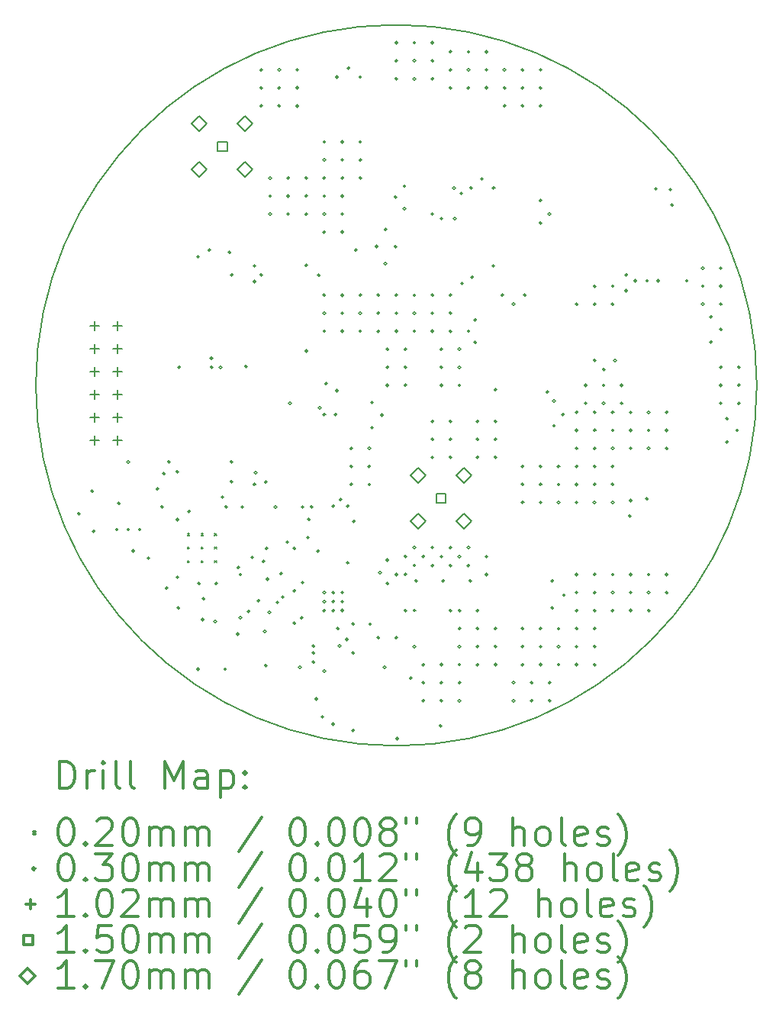
<source format=gbr>
%FSLAX45Y45*%
G04 Gerber Fmt 4.5, Leading zero omitted, Abs format (unit mm)*
G04 Created by KiCad (PCBNEW 4.0.7) date 06/12/18 23:46:07*
%MOMM*%
%LPD*%
G01*
G04 APERTURE LIST*
%ADD10C,0.127000*%
%ADD11C,0.150000*%
%ADD12C,0.200000*%
%ADD13C,0.300000*%
G04 APERTURE END LIST*
D10*
D11*
X19000000Y-10900000D02*
G75*
G03X19000000Y-10900000I-4000000J0D01*
G01*
D12*
X12685118Y-12544881D02*
X12705118Y-12564881D01*
X12705118Y-12544881D02*
X12685118Y-12564881D01*
X12685118Y-12694881D02*
X12705118Y-12714881D01*
X12705118Y-12694881D02*
X12685118Y-12714881D01*
X12685118Y-12844881D02*
X12705118Y-12864881D01*
X12705118Y-12844881D02*
X12685118Y-12864881D01*
X12835118Y-12544881D02*
X12855118Y-12564881D01*
X12855118Y-12544881D02*
X12835118Y-12564881D01*
X12835118Y-12694881D02*
X12855118Y-12714881D01*
X12855118Y-12694881D02*
X12835118Y-12714881D01*
X12835118Y-12844881D02*
X12855118Y-12864881D01*
X12855118Y-12844881D02*
X12835118Y-12864881D01*
X12985118Y-12544881D02*
X13005118Y-12564881D01*
X13005118Y-12544881D02*
X12985118Y-12564881D01*
X12985118Y-12694881D02*
X13005118Y-12714881D01*
X13005118Y-12694881D02*
X12985118Y-12714881D01*
X12985118Y-12844881D02*
X13005118Y-12864881D01*
X13005118Y-12844881D02*
X12985118Y-12864881D01*
X11490000Y-12325000D02*
G75*
G03X11490000Y-12325000I-15000J0D01*
G01*
X11640000Y-12075000D02*
G75*
G03X11640000Y-12075000I-15000J0D01*
G01*
X11655000Y-12520000D02*
G75*
G03X11655000Y-12520000I-15000J0D01*
G01*
X11913000Y-12500000D02*
G75*
G03X11913000Y-12500000I-15000J0D01*
G01*
X11935000Y-12210000D02*
G75*
G03X11935000Y-12210000I-15000J0D01*
G01*
X12040000Y-11750000D02*
G75*
G03X12040000Y-11750000I-15000J0D01*
G01*
X12040000Y-12500000D02*
G75*
G03X12040000Y-12500000I-15000J0D01*
G01*
X12095000Y-12737501D02*
G75*
G03X12095000Y-12737501I-15000J0D01*
G01*
X12167000Y-12500000D02*
G75*
G03X12167000Y-12500000I-15000J0D01*
G01*
X12263269Y-12817500D02*
G75*
G03X12263269Y-12817500I-15000J0D01*
G01*
X12365000Y-12050000D02*
G75*
G03X12365000Y-12050000I-15000J0D01*
G01*
X12415000Y-12250000D02*
G75*
G03X12415000Y-12250000I-15000J0D01*
G01*
X12435000Y-11880000D02*
G75*
G03X12435000Y-11880000I-15000J0D01*
G01*
X12465000Y-13150000D02*
G75*
G03X12465000Y-13150000I-15000J0D01*
G01*
X12490000Y-11750000D02*
G75*
G03X12490000Y-11750000I-15000J0D01*
G01*
X12585000Y-11860000D02*
G75*
G03X12585000Y-11860000I-15000J0D01*
G01*
X12585000Y-12390000D02*
G75*
G03X12585000Y-12390000I-15000J0D01*
G01*
X12585000Y-13030000D02*
G75*
G03X12585000Y-13030000I-15000J0D01*
G01*
X12595000Y-13370000D02*
G75*
G03X12595000Y-13370000I-15000J0D01*
G01*
X12605000Y-10700000D02*
G75*
G03X12605000Y-10700000I-15000J0D01*
G01*
X12715000Y-12300000D02*
G75*
G03X12715000Y-12300000I-15000J0D01*
G01*
X12815000Y-9475000D02*
G75*
G03X12815000Y-9475000I-15000J0D01*
G01*
X12815000Y-14050000D02*
G75*
G03X12815000Y-14050000I-15000J0D01*
G01*
X12826091Y-13100010D02*
G75*
G03X12826091Y-13100010I-15000J0D01*
G01*
X12865000Y-13500000D02*
G75*
G03X12865000Y-13500000I-15000J0D01*
G01*
X12875000Y-13270000D02*
G75*
G03X12875000Y-13270000I-15000J0D01*
G01*
X12940000Y-9400000D02*
G75*
G03X12940000Y-9400000I-15000J0D01*
G01*
X12965000Y-10600000D02*
G75*
G03X12965000Y-10600000I-15000J0D01*
G01*
X12965000Y-10700000D02*
G75*
G03X12965000Y-10700000I-15000J0D01*
G01*
X13005000Y-13520000D02*
G75*
G03X13005000Y-13520000I-15000J0D01*
G01*
X13015000Y-13100000D02*
G75*
G03X13015000Y-13100000I-15000J0D01*
G01*
X13065000Y-10700000D02*
G75*
G03X13065000Y-10700000I-15000J0D01*
G01*
X13085000Y-12140000D02*
G75*
G03X13085000Y-12140000I-15000J0D01*
G01*
X13115000Y-14050000D02*
G75*
G03X13115000Y-14050000I-15000J0D01*
G01*
X13125000Y-12250000D02*
G75*
G03X13125000Y-12250000I-15000J0D01*
G01*
X13165000Y-9425000D02*
G75*
G03X13165000Y-9425000I-15000J0D01*
G01*
X13185000Y-11750000D02*
G75*
G03X13185000Y-11750000I-15000J0D01*
G01*
X13185000Y-11970000D02*
G75*
G03X13185000Y-11970000I-15000J0D01*
G01*
X13190000Y-9675000D02*
G75*
G03X13190000Y-9675000I-15000J0D01*
G01*
X13255000Y-13660000D02*
G75*
G03X13255000Y-13660000I-15000J0D01*
G01*
X13262877Y-12922123D02*
G75*
G03X13262877Y-12922123I-15000J0D01*
G01*
X13285000Y-13000000D02*
G75*
G03X13285000Y-13000000I-15000J0D01*
G01*
X13285000Y-13480000D02*
G75*
G03X13285000Y-13480000I-15000J0D01*
G01*
X13305000Y-12250000D02*
G75*
G03X13305000Y-12250000I-15000J0D01*
G01*
X13345000Y-10690000D02*
G75*
G03X13345000Y-10690000I-15000J0D01*
G01*
X13375000Y-13410000D02*
G75*
G03X13375000Y-13410000I-15000J0D01*
G01*
X13415000Y-12810000D02*
G75*
G03X13415000Y-12810000I-15000J0D01*
G01*
X13440000Y-9575000D02*
G75*
G03X13440000Y-9575000I-15000J0D01*
G01*
X13440000Y-9750000D02*
G75*
G03X13440000Y-9750000I-15000J0D01*
G01*
X13440000Y-12000000D02*
G75*
G03X13440000Y-12000000I-15000J0D01*
G01*
X13455000Y-11870000D02*
G75*
G03X13455000Y-11870000I-15000J0D01*
G01*
X13485000Y-13290000D02*
G75*
G03X13485000Y-13290000I-15000J0D01*
G01*
X13515000Y-7400000D02*
G75*
G03X13515000Y-7400000I-15000J0D01*
G01*
X13515000Y-7600000D02*
G75*
G03X13515000Y-7600000I-15000J0D01*
G01*
X13515000Y-7800000D02*
G75*
G03X13515000Y-7800000I-15000J0D01*
G01*
X13515000Y-9675000D02*
G75*
G03X13515000Y-9675000I-15000J0D01*
G01*
X13540000Y-12855000D02*
G75*
G03X13540000Y-12855000I-15000J0D01*
G01*
X13555000Y-13630000D02*
G75*
G03X13555000Y-13630000I-15000J0D01*
G01*
X13565000Y-11975000D02*
G75*
G03X13565000Y-11975000I-15000J0D01*
G01*
X13565000Y-14010000D02*
G75*
G03X13565000Y-14010000I-15000J0D01*
G01*
X13574127Y-12710873D02*
G75*
G03X13574127Y-12710873I-15000J0D01*
G01*
X13585000Y-13050000D02*
G75*
G03X13585000Y-13050000I-15000J0D01*
G01*
X13605000Y-13420000D02*
G75*
G03X13605000Y-13420000I-15000J0D01*
G01*
X13615000Y-8600000D02*
G75*
G03X13615000Y-8600000I-15000J0D01*
G01*
X13615000Y-8800000D02*
G75*
G03X13615000Y-8800000I-15000J0D01*
G01*
X13615000Y-9000000D02*
G75*
G03X13615000Y-9000000I-15000J0D01*
G01*
X13675000Y-12250000D02*
G75*
G03X13675000Y-12250000I-15000J0D01*
G01*
X13695000Y-13310000D02*
G75*
G03X13695000Y-13310000I-15000J0D01*
G01*
X13715000Y-7400000D02*
G75*
G03X13715000Y-7400000I-15000J0D01*
G01*
X13715000Y-7600000D02*
G75*
G03X13715000Y-7600000I-15000J0D01*
G01*
X13715000Y-7800000D02*
G75*
G03X13715000Y-7800000I-15000J0D01*
G01*
X13735000Y-12990000D02*
G75*
G03X13735000Y-12990000I-15000J0D01*
G01*
X13755000Y-13250000D02*
G75*
G03X13755000Y-13250000I-15000J0D01*
G01*
X13805000Y-12640000D02*
G75*
G03X13805000Y-12640000I-15000J0D01*
G01*
X13815000Y-8600000D02*
G75*
G03X13815000Y-8600000I-15000J0D01*
G01*
X13815000Y-8800000D02*
G75*
G03X13815000Y-8800000I-15000J0D01*
G01*
X13815000Y-9000000D02*
G75*
G03X13815000Y-9000000I-15000J0D01*
G01*
X13835000Y-11100000D02*
G75*
G03X13835000Y-11100000I-15000J0D01*
G01*
X13885000Y-12710000D02*
G75*
G03X13885000Y-12710000I-15000J0D01*
G01*
X13885000Y-13180000D02*
G75*
G03X13885000Y-13180000I-15000J0D01*
G01*
X13885000Y-13540000D02*
G75*
G03X13885000Y-13540000I-15000J0D01*
G01*
X13915000Y-7400000D02*
G75*
G03X13915000Y-7400000I-15000J0D01*
G01*
X13915000Y-7600000D02*
G75*
G03X13915000Y-7600000I-15000J0D01*
G01*
X13915000Y-7800000D02*
G75*
G03X13915000Y-7800000I-15000J0D01*
G01*
X13945000Y-14030000D02*
G75*
G03X13945000Y-14030000I-15000J0D01*
G01*
X13965000Y-13480000D02*
G75*
G03X13965000Y-13480000I-15000J0D01*
G01*
X13975000Y-12250000D02*
G75*
G03X13975000Y-12250000I-15000J0D01*
G01*
X13975000Y-13090000D02*
G75*
G03X13975000Y-13090000I-15000J0D01*
G01*
X14015000Y-8600000D02*
G75*
G03X14015000Y-8600000I-15000J0D01*
G01*
X14015000Y-8800000D02*
G75*
G03X14015000Y-8800000I-15000J0D01*
G01*
X14015000Y-9000000D02*
G75*
G03X14015000Y-9000000I-15000J0D01*
G01*
X14015000Y-9570000D02*
G75*
G03X14015000Y-9570000I-15000J0D01*
G01*
X14015000Y-10520000D02*
G75*
G03X14015000Y-10520000I-15000J0D01*
G01*
X14035000Y-12590000D02*
G75*
G03X14035000Y-12590000I-15000J0D01*
G01*
X14045000Y-12390000D02*
G75*
G03X14045000Y-12390000I-15000J0D01*
G01*
X14075000Y-12250000D02*
G75*
G03X14075000Y-12250000I-15000J0D01*
G01*
X14095000Y-13795000D02*
G75*
G03X14095000Y-13795000I-15000J0D01*
G01*
X14095000Y-13870000D02*
G75*
G03X14095000Y-13870000I-15000J0D01*
G01*
X14095000Y-13970000D02*
G75*
G03X14095000Y-13970000I-15000J0D01*
G01*
X14125000Y-14380000D02*
G75*
G03X14125000Y-14380000I-15000J0D01*
G01*
X14145000Y-12740000D02*
G75*
G03X14145000Y-12740000I-15000J0D01*
G01*
X14155000Y-9680000D02*
G75*
G03X14155000Y-9680000I-15000J0D01*
G01*
X14165000Y-11150000D02*
G75*
G03X14165000Y-11150000I-15000J0D01*
G01*
X14195000Y-14580000D02*
G75*
G03X14195000Y-14580000I-15000J0D01*
G01*
X14215000Y-8200000D02*
G75*
G03X14215000Y-8200000I-15000J0D01*
G01*
X14215000Y-8400000D02*
G75*
G03X14215000Y-8400000I-15000J0D01*
G01*
X14215000Y-8600000D02*
G75*
G03X14215000Y-8600000I-15000J0D01*
G01*
X14215000Y-8800000D02*
G75*
G03X14215000Y-8800000I-15000J0D01*
G01*
X14215000Y-9000000D02*
G75*
G03X14215000Y-9000000I-15000J0D01*
G01*
X14215000Y-9200000D02*
G75*
G03X14215000Y-9200000I-15000J0D01*
G01*
X14215000Y-9900000D02*
G75*
G03X14215000Y-9900000I-15000J0D01*
G01*
X14215000Y-10100000D02*
G75*
G03X14215000Y-10100000I-15000J0D01*
G01*
X14215000Y-10300000D02*
G75*
G03X14215000Y-10300000I-15000J0D01*
G01*
X14215000Y-11225000D02*
G75*
G03X14215000Y-11225000I-15000J0D01*
G01*
X14215000Y-13200000D02*
G75*
G03X14215000Y-13200000I-15000J0D01*
G01*
X14215000Y-13300000D02*
G75*
G03X14215000Y-13300000I-15000J0D01*
G01*
X14215000Y-13400000D02*
G75*
G03X14215000Y-13400000I-15000J0D01*
G01*
X14215000Y-14070000D02*
G75*
G03X14215000Y-14070000I-15000J0D01*
G01*
X14235000Y-10880000D02*
G75*
G03X14235000Y-10880000I-15000J0D01*
G01*
X14315000Y-12240000D02*
G75*
G03X14315000Y-12240000I-15000J0D01*
G01*
X14315000Y-13200000D02*
G75*
G03X14315000Y-13200000I-15000J0D01*
G01*
X14315000Y-13300000D02*
G75*
G03X14315000Y-13300000I-15000J0D01*
G01*
X14315000Y-13400000D02*
G75*
G03X14315000Y-13400000I-15000J0D01*
G01*
X14315000Y-14660000D02*
G75*
G03X14315000Y-14660000I-15000J0D01*
G01*
X14340000Y-11225000D02*
G75*
G03X14340000Y-11225000I-15000J0D01*
G01*
X14355000Y-7480000D02*
G75*
G03X14355000Y-7480000I-15000J0D01*
G01*
X14355000Y-10960000D02*
G75*
G03X14355000Y-10960000I-15000J0D01*
G01*
X14365000Y-13600000D02*
G75*
G03X14365000Y-13600000I-15000J0D01*
G01*
X14385000Y-13790000D02*
G75*
G03X14385000Y-13790000I-15000J0D01*
G01*
X14395000Y-12170000D02*
G75*
G03X14395000Y-12170000I-15000J0D01*
G01*
X14415000Y-8200000D02*
G75*
G03X14415000Y-8200000I-15000J0D01*
G01*
X14415000Y-8400000D02*
G75*
G03X14415000Y-8400000I-15000J0D01*
G01*
X14415000Y-8600000D02*
G75*
G03X14415000Y-8600000I-15000J0D01*
G01*
X14415000Y-8800000D02*
G75*
G03X14415000Y-8800000I-15000J0D01*
G01*
X14415000Y-9000000D02*
G75*
G03X14415000Y-9000000I-15000J0D01*
G01*
X14415000Y-9200000D02*
G75*
G03X14415000Y-9200000I-15000J0D01*
G01*
X14415000Y-9900000D02*
G75*
G03X14415000Y-9900000I-15000J0D01*
G01*
X14415000Y-10100000D02*
G75*
G03X14415000Y-10100000I-15000J0D01*
G01*
X14415000Y-10300000D02*
G75*
G03X14415000Y-10300000I-15000J0D01*
G01*
X14415000Y-13200000D02*
G75*
G03X14415000Y-13200000I-15000J0D01*
G01*
X14415000Y-13300000D02*
G75*
G03X14415000Y-13300000I-15000J0D01*
G01*
X14415000Y-13400000D02*
G75*
G03X14415000Y-13400000I-15000J0D01*
G01*
X14465000Y-13720000D02*
G75*
G03X14465000Y-13720000I-15000J0D01*
G01*
X14475000Y-12240000D02*
G75*
G03X14475000Y-12240000I-15000J0D01*
G01*
X14475000Y-12870000D02*
G75*
G03X14475000Y-12870000I-15000J0D01*
G01*
X14485000Y-7380000D02*
G75*
G03X14485000Y-7380000I-15000J0D01*
G01*
X14515000Y-11600000D02*
G75*
G03X14515000Y-11600000I-15000J0D01*
G01*
X14515000Y-11800000D02*
G75*
G03X14515000Y-11800000I-15000J0D01*
G01*
X14515000Y-12000000D02*
G75*
G03X14515000Y-12000000I-15000J0D01*
G01*
X14535000Y-13550000D02*
G75*
G03X14535000Y-13550000I-15000J0D01*
G01*
X14535000Y-13870000D02*
G75*
G03X14535000Y-13870000I-15000J0D01*
G01*
X14535000Y-14730000D02*
G75*
G03X14535000Y-14730000I-15000J0D01*
G01*
X14545000Y-12410000D02*
G75*
G03X14545000Y-12410000I-15000J0D01*
G01*
X14565000Y-9400000D02*
G75*
G03X14565000Y-9400000I-15000J0D01*
G01*
X14615000Y-7480000D02*
G75*
G03X14615000Y-7480000I-15000J0D01*
G01*
X14615000Y-8200000D02*
G75*
G03X14615000Y-8200000I-15000J0D01*
G01*
X14615000Y-8400000D02*
G75*
G03X14615000Y-8400000I-15000J0D01*
G01*
X14615000Y-8600000D02*
G75*
G03X14615000Y-8600000I-15000J0D01*
G01*
X14615000Y-9900000D02*
G75*
G03X14615000Y-9900000I-15000J0D01*
G01*
X14615000Y-10100000D02*
G75*
G03X14615000Y-10100000I-15000J0D01*
G01*
X14615000Y-10300000D02*
G75*
G03X14615000Y-10300000I-15000J0D01*
G01*
X14715000Y-11600000D02*
G75*
G03X14715000Y-11600000I-15000J0D01*
G01*
X14715000Y-11800000D02*
G75*
G03X14715000Y-11800000I-15000J0D01*
G01*
X14715000Y-12000000D02*
G75*
G03X14715000Y-12000000I-15000J0D01*
G01*
X14725000Y-13550000D02*
G75*
G03X14725000Y-13550000I-15000J0D01*
G01*
X14745000Y-11090000D02*
G75*
G03X14745000Y-11090000I-15000J0D01*
G01*
X14745000Y-11370000D02*
G75*
G03X14745000Y-11370000I-15000J0D01*
G01*
X14795000Y-9360000D02*
G75*
G03X14795000Y-9360000I-15000J0D01*
G01*
X14815000Y-9900000D02*
G75*
G03X14815000Y-9900000I-15000J0D01*
G01*
X14815000Y-10100000D02*
G75*
G03X14815000Y-10100000I-15000J0D01*
G01*
X14815000Y-10300000D02*
G75*
G03X14815000Y-10300000I-15000J0D01*
G01*
X14815000Y-13700000D02*
G75*
G03X14815000Y-13700000I-15000J0D01*
G01*
X14835000Y-12980000D02*
G75*
G03X14835000Y-12980000I-15000J0D01*
G01*
X14855000Y-11230000D02*
G75*
G03X14855000Y-11230000I-15000J0D01*
G01*
X14885000Y-14030000D02*
G75*
G03X14885000Y-14030000I-15000J0D01*
G01*
X14895000Y-9170000D02*
G75*
G03X14895000Y-9170000I-15000J0D01*
G01*
X14895000Y-9550000D02*
G75*
G03X14895000Y-9550000I-15000J0D01*
G01*
X14915000Y-10500000D02*
G75*
G03X14915000Y-10500000I-15000J0D01*
G01*
X14915000Y-10700000D02*
G75*
G03X14915000Y-10700000I-15000J0D01*
G01*
X14915000Y-10900000D02*
G75*
G03X14915000Y-10900000I-15000J0D01*
G01*
X14915000Y-12840000D02*
G75*
G03X14915000Y-12840000I-15000J0D01*
G01*
X14915000Y-13100000D02*
G75*
G03X14915000Y-13100000I-15000J0D01*
G01*
X15005000Y-8810000D02*
G75*
G03X15005000Y-8810000I-15000J0D01*
G01*
X15005000Y-9360000D02*
G75*
G03X15005000Y-9360000I-15000J0D01*
G01*
X15015000Y-7100000D02*
G75*
G03X15015000Y-7100000I-15000J0D01*
G01*
X15015000Y-7300000D02*
G75*
G03X15015000Y-7300000I-15000J0D01*
G01*
X15015000Y-7500000D02*
G75*
G03X15015000Y-7500000I-15000J0D01*
G01*
X15015000Y-9900000D02*
G75*
G03X15015000Y-9900000I-15000J0D01*
G01*
X15015000Y-10100000D02*
G75*
G03X15015000Y-10100000I-15000J0D01*
G01*
X15015000Y-10300000D02*
G75*
G03X15015000Y-10300000I-15000J0D01*
G01*
X15015000Y-13000000D02*
G75*
G03X15015000Y-13000000I-15000J0D01*
G01*
X15015000Y-13700000D02*
G75*
G03X15015000Y-13700000I-15000J0D01*
G01*
X15025000Y-14820000D02*
G75*
G03X15025000Y-14820000I-15000J0D01*
G01*
X15105000Y-8690000D02*
G75*
G03X15105000Y-8690000I-15000J0D01*
G01*
X15105000Y-8940000D02*
G75*
G03X15105000Y-8940000I-15000J0D01*
G01*
X15115000Y-10500000D02*
G75*
G03X15115000Y-10500000I-15000J0D01*
G01*
X15115000Y-10700000D02*
G75*
G03X15115000Y-10700000I-15000J0D01*
G01*
X15115000Y-10900000D02*
G75*
G03X15115000Y-10900000I-15000J0D01*
G01*
X15115000Y-12800000D02*
G75*
G03X15115000Y-12800000I-15000J0D01*
G01*
X15115000Y-13000000D02*
G75*
G03X15115000Y-13000000I-15000J0D01*
G01*
X15115000Y-13400000D02*
G75*
G03X15115000Y-13400000I-15000J0D01*
G01*
X15175000Y-14150000D02*
G75*
G03X15175000Y-14150000I-15000J0D01*
G01*
X15215000Y-7100000D02*
G75*
G03X15215000Y-7100000I-15000J0D01*
G01*
X15215000Y-7300000D02*
G75*
G03X15215000Y-7300000I-15000J0D01*
G01*
X15215000Y-7500000D02*
G75*
G03X15215000Y-7500000I-15000J0D01*
G01*
X15215000Y-9900000D02*
G75*
G03X15215000Y-9900000I-15000J0D01*
G01*
X15215000Y-10100000D02*
G75*
G03X15215000Y-10100000I-15000J0D01*
G01*
X15215000Y-10300000D02*
G75*
G03X15215000Y-10300000I-15000J0D01*
G01*
X15215000Y-12700000D02*
G75*
G03X15215000Y-12700000I-15000J0D01*
G01*
X15215000Y-12900000D02*
G75*
G03X15215000Y-12900000I-15000J0D01*
G01*
X15215000Y-13400000D02*
G75*
G03X15215000Y-13400000I-15000J0D01*
G01*
X15215000Y-13800000D02*
G75*
G03X15215000Y-13800000I-15000J0D01*
G01*
X15235000Y-13070000D02*
G75*
G03X15235000Y-13070000I-15000J0D01*
G01*
X15315000Y-12800000D02*
G75*
G03X15315000Y-12800000I-15000J0D01*
G01*
X15315000Y-14000000D02*
G75*
G03X15315000Y-14000000I-15000J0D01*
G01*
X15315000Y-14200000D02*
G75*
G03X15315000Y-14200000I-15000J0D01*
G01*
X15315000Y-14400000D02*
G75*
G03X15315000Y-14400000I-15000J0D01*
G01*
X15415000Y-7100000D02*
G75*
G03X15415000Y-7100000I-15000J0D01*
G01*
X15415000Y-7300000D02*
G75*
G03X15415000Y-7300000I-15000J0D01*
G01*
X15415000Y-7500000D02*
G75*
G03X15415000Y-7500000I-15000J0D01*
G01*
X15415000Y-9000000D02*
G75*
G03X15415000Y-9000000I-15000J0D01*
G01*
X15415000Y-9900000D02*
G75*
G03X15415000Y-9900000I-15000J0D01*
G01*
X15415000Y-10100000D02*
G75*
G03X15415000Y-10100000I-15000J0D01*
G01*
X15415000Y-10300000D02*
G75*
G03X15415000Y-10300000I-15000J0D01*
G01*
X15415000Y-11300000D02*
G75*
G03X15415000Y-11300000I-15000J0D01*
G01*
X15415000Y-11500000D02*
G75*
G03X15415000Y-11500000I-15000J0D01*
G01*
X15415000Y-11700000D02*
G75*
G03X15415000Y-11700000I-15000J0D01*
G01*
X15415000Y-12700000D02*
G75*
G03X15415000Y-12700000I-15000J0D01*
G01*
X15415000Y-12900000D02*
G75*
G03X15415000Y-12900000I-15000J0D01*
G01*
X15505000Y-14680000D02*
G75*
G03X15505000Y-14680000I-15000J0D01*
G01*
X15515000Y-9050000D02*
G75*
G03X15515000Y-9050000I-15000J0D01*
G01*
X15515000Y-10500000D02*
G75*
G03X15515000Y-10500000I-15000J0D01*
G01*
X15515000Y-10700000D02*
G75*
G03X15515000Y-10700000I-15000J0D01*
G01*
X15515000Y-10900000D02*
G75*
G03X15515000Y-10900000I-15000J0D01*
G01*
X15515000Y-12800000D02*
G75*
G03X15515000Y-12800000I-15000J0D01*
G01*
X15515000Y-14000000D02*
G75*
G03X15515000Y-14000000I-15000J0D01*
G01*
X15515000Y-14200000D02*
G75*
G03X15515000Y-14200000I-15000J0D01*
G01*
X15515000Y-14400000D02*
G75*
G03X15515000Y-14400000I-15000J0D01*
G01*
X15535000Y-13070000D02*
G75*
G03X15535000Y-13070000I-15000J0D01*
G01*
X15615000Y-7200000D02*
G75*
G03X15615000Y-7200000I-15000J0D01*
G01*
X15615000Y-7400000D02*
G75*
G03X15615000Y-7400000I-15000J0D01*
G01*
X15615000Y-7600000D02*
G75*
G03X15615000Y-7600000I-15000J0D01*
G01*
X15615000Y-9900000D02*
G75*
G03X15615000Y-9900000I-15000J0D01*
G01*
X15615000Y-10100000D02*
G75*
G03X15615000Y-10100000I-15000J0D01*
G01*
X15615000Y-10300000D02*
G75*
G03X15615000Y-10300000I-15000J0D01*
G01*
X15615000Y-11300000D02*
G75*
G03X15615000Y-11300000I-15000J0D01*
G01*
X15615000Y-11500000D02*
G75*
G03X15615000Y-11500000I-15000J0D01*
G01*
X15615000Y-11700000D02*
G75*
G03X15615000Y-11700000I-15000J0D01*
G01*
X15615000Y-12700000D02*
G75*
G03X15615000Y-12700000I-15000J0D01*
G01*
X15615000Y-12900000D02*
G75*
G03X15615000Y-12900000I-15000J0D01*
G01*
X15615000Y-13400000D02*
G75*
G03X15615000Y-13400000I-15000J0D01*
G01*
X15655000Y-8710000D02*
G75*
G03X15655000Y-8710000I-15000J0D01*
G01*
X15665000Y-9050000D02*
G75*
G03X15665000Y-9050000I-15000J0D01*
G01*
X15715000Y-10500000D02*
G75*
G03X15715000Y-10500000I-15000J0D01*
G01*
X15715000Y-10700000D02*
G75*
G03X15715000Y-10700000I-15000J0D01*
G01*
X15715000Y-10900000D02*
G75*
G03X15715000Y-10900000I-15000J0D01*
G01*
X15715000Y-12800000D02*
G75*
G03X15715000Y-12800000I-15000J0D01*
G01*
X15715000Y-13400000D02*
G75*
G03X15715000Y-13400000I-15000J0D01*
G01*
X15715000Y-13600000D02*
G75*
G03X15715000Y-13600000I-15000J0D01*
G01*
X15715000Y-13800000D02*
G75*
G03X15715000Y-13800000I-15000J0D01*
G01*
X15715000Y-14000000D02*
G75*
G03X15715000Y-14000000I-15000J0D01*
G01*
X15715000Y-14200000D02*
G75*
G03X15715000Y-14200000I-15000J0D01*
G01*
X15715000Y-14400000D02*
G75*
G03X15715000Y-14400000I-15000J0D01*
G01*
X15735000Y-8770000D02*
G75*
G03X15735000Y-8770000I-15000J0D01*
G01*
X15745000Y-9770000D02*
G75*
G03X15745000Y-9770000I-15000J0D01*
G01*
X15815000Y-7200000D02*
G75*
G03X15815000Y-7200000I-15000J0D01*
G01*
X15815000Y-7400000D02*
G75*
G03X15815000Y-7400000I-15000J0D01*
G01*
X15815000Y-7600000D02*
G75*
G03X15815000Y-7600000I-15000J0D01*
G01*
X15815000Y-10300000D02*
G75*
G03X15815000Y-10300000I-15000J0D01*
G01*
X15815000Y-12700000D02*
G75*
G03X15815000Y-12700000I-15000J0D01*
G01*
X15815000Y-12900000D02*
G75*
G03X15815000Y-12900000I-15000J0D01*
G01*
X15835000Y-13070000D02*
G75*
G03X15835000Y-13070000I-15000J0D01*
G01*
X15845000Y-8710000D02*
G75*
G03X15845000Y-8710000I-15000J0D01*
G01*
X15855000Y-9700000D02*
G75*
G03X15855000Y-9700000I-15000J0D01*
G01*
X15890000Y-10175000D02*
G75*
G03X15890000Y-10175000I-15000J0D01*
G01*
X15890000Y-10425000D02*
G75*
G03X15890000Y-10425000I-15000J0D01*
G01*
X15915000Y-11300000D02*
G75*
G03X15915000Y-11300000I-15000J0D01*
G01*
X15915000Y-11500000D02*
G75*
G03X15915000Y-11500000I-15000J0D01*
G01*
X15915000Y-11700000D02*
G75*
G03X15915000Y-11700000I-15000J0D01*
G01*
X15915000Y-13400000D02*
G75*
G03X15915000Y-13400000I-15000J0D01*
G01*
X15915000Y-13600000D02*
G75*
G03X15915000Y-13600000I-15000J0D01*
G01*
X15915000Y-13800000D02*
G75*
G03X15915000Y-13800000I-15000J0D01*
G01*
X15915000Y-14000000D02*
G75*
G03X15915000Y-14000000I-15000J0D01*
G01*
X15965000Y-8610000D02*
G75*
G03X15965000Y-8610000I-15000J0D01*
G01*
X16015000Y-7200000D02*
G75*
G03X16015000Y-7200000I-15000J0D01*
G01*
X16015000Y-7400000D02*
G75*
G03X16015000Y-7400000I-15000J0D01*
G01*
X16015000Y-7600000D02*
G75*
G03X16015000Y-7600000I-15000J0D01*
G01*
X16015000Y-12800000D02*
G75*
G03X16015000Y-12800000I-15000J0D01*
G01*
X16015000Y-13000000D02*
G75*
G03X16015000Y-13000000I-15000J0D01*
G01*
X16090000Y-9575000D02*
G75*
G03X16090000Y-9575000I-15000J0D01*
G01*
X16095000Y-8710000D02*
G75*
G03X16095000Y-8710000I-15000J0D01*
G01*
X16115000Y-10950000D02*
G75*
G03X16115000Y-10950000I-15000J0D01*
G01*
X16115000Y-11300000D02*
G75*
G03X16115000Y-11300000I-15000J0D01*
G01*
X16115000Y-11500000D02*
G75*
G03X16115000Y-11500000I-15000J0D01*
G01*
X16115000Y-11700000D02*
G75*
G03X16115000Y-11700000I-15000J0D01*
G01*
X16115000Y-13600000D02*
G75*
G03X16115000Y-13600000I-15000J0D01*
G01*
X16115000Y-13800000D02*
G75*
G03X16115000Y-13800000I-15000J0D01*
G01*
X16115000Y-14000000D02*
G75*
G03X16115000Y-14000000I-15000J0D01*
G01*
X16190000Y-9900000D02*
G75*
G03X16190000Y-9900000I-15000J0D01*
G01*
X16215000Y-7400000D02*
G75*
G03X16215000Y-7400000I-15000J0D01*
G01*
X16215000Y-7600000D02*
G75*
G03X16215000Y-7600000I-15000J0D01*
G01*
X16215000Y-7800000D02*
G75*
G03X16215000Y-7800000I-15000J0D01*
G01*
X16315000Y-10000000D02*
G75*
G03X16315000Y-10000000I-15000J0D01*
G01*
X16315000Y-14200000D02*
G75*
G03X16315000Y-14200000I-15000J0D01*
G01*
X16315000Y-14400000D02*
G75*
G03X16315000Y-14400000I-15000J0D01*
G01*
X16415000Y-7400000D02*
G75*
G03X16415000Y-7400000I-15000J0D01*
G01*
X16415000Y-7600000D02*
G75*
G03X16415000Y-7600000I-15000J0D01*
G01*
X16415000Y-7800000D02*
G75*
G03X16415000Y-7800000I-15000J0D01*
G01*
X16415000Y-11800000D02*
G75*
G03X16415000Y-11800000I-15000J0D01*
G01*
X16415000Y-12000000D02*
G75*
G03X16415000Y-12000000I-15000J0D01*
G01*
X16415000Y-12200000D02*
G75*
G03X16415000Y-12200000I-15000J0D01*
G01*
X16415000Y-13600000D02*
G75*
G03X16415000Y-13600000I-15000J0D01*
G01*
X16415000Y-13800000D02*
G75*
G03X16415000Y-13800000I-15000J0D01*
G01*
X16415000Y-14000000D02*
G75*
G03X16415000Y-14000000I-15000J0D01*
G01*
X16440000Y-9900000D02*
G75*
G03X16440000Y-9900000I-15000J0D01*
G01*
X16515000Y-14200000D02*
G75*
G03X16515000Y-14200000I-15000J0D01*
G01*
X16515000Y-14400000D02*
G75*
G03X16515000Y-14400000I-15000J0D01*
G01*
X16615000Y-7400000D02*
G75*
G03X16615000Y-7400000I-15000J0D01*
G01*
X16615000Y-7600000D02*
G75*
G03X16615000Y-7600000I-15000J0D01*
G01*
X16615000Y-7800000D02*
G75*
G03X16615000Y-7800000I-15000J0D01*
G01*
X16615000Y-8850000D02*
G75*
G03X16615000Y-8850000I-15000J0D01*
G01*
X16615000Y-9100000D02*
G75*
G03X16615000Y-9100000I-15000J0D01*
G01*
X16615000Y-11800000D02*
G75*
G03X16615000Y-11800000I-15000J0D01*
G01*
X16615000Y-12000000D02*
G75*
G03X16615000Y-12000000I-15000J0D01*
G01*
X16615000Y-12200000D02*
G75*
G03X16615000Y-12200000I-15000J0D01*
G01*
X16615000Y-13600000D02*
G75*
G03X16615000Y-13600000I-15000J0D01*
G01*
X16615000Y-13800000D02*
G75*
G03X16615000Y-13800000I-15000J0D01*
G01*
X16615000Y-14000000D02*
G75*
G03X16615000Y-14000000I-15000J0D01*
G01*
X16690000Y-10975000D02*
G75*
G03X16690000Y-10975000I-15000J0D01*
G01*
X16715000Y-9000000D02*
G75*
G03X16715000Y-9000000I-15000J0D01*
G01*
X16715000Y-14200000D02*
G75*
G03X16715000Y-14200000I-15000J0D01*
G01*
X16715000Y-14400000D02*
G75*
G03X16715000Y-14400000I-15000J0D01*
G01*
X16745000Y-13070000D02*
G75*
G03X16745000Y-13070000I-15000J0D01*
G01*
X16745000Y-13370000D02*
G75*
G03X16745000Y-13370000I-15000J0D01*
G01*
X16765000Y-11075000D02*
G75*
G03X16765000Y-11075000I-15000J0D01*
G01*
X16765000Y-11350000D02*
G75*
G03X16765000Y-11350000I-15000J0D01*
G01*
X16815000Y-11800000D02*
G75*
G03X16815000Y-11800000I-15000J0D01*
G01*
X16815000Y-12000000D02*
G75*
G03X16815000Y-12000000I-15000J0D01*
G01*
X16815000Y-12200000D02*
G75*
G03X16815000Y-12200000I-15000J0D01*
G01*
X16815000Y-13600000D02*
G75*
G03X16815000Y-13600000I-15000J0D01*
G01*
X16815000Y-13800000D02*
G75*
G03X16815000Y-13800000I-15000J0D01*
G01*
X16815000Y-14000000D02*
G75*
G03X16815000Y-14000000I-15000J0D01*
G01*
X16865000Y-11225000D02*
G75*
G03X16865000Y-11225000I-15000J0D01*
G01*
X16875000Y-13230000D02*
G75*
G03X16875000Y-13230000I-15000J0D01*
G01*
X17015000Y-10000000D02*
G75*
G03X17015000Y-10000000I-15000J0D01*
G01*
X17015000Y-11200000D02*
G75*
G03X17015000Y-11200000I-15000J0D01*
G01*
X17015000Y-11400000D02*
G75*
G03X17015000Y-11400000I-15000J0D01*
G01*
X17015000Y-11600000D02*
G75*
G03X17015000Y-11600000I-15000J0D01*
G01*
X17015000Y-11800000D02*
G75*
G03X17015000Y-11800000I-15000J0D01*
G01*
X17015000Y-12000000D02*
G75*
G03X17015000Y-12000000I-15000J0D01*
G01*
X17015000Y-12200000D02*
G75*
G03X17015000Y-12200000I-15000J0D01*
G01*
X17015000Y-13000000D02*
G75*
G03X17015000Y-13000000I-15000J0D01*
G01*
X17015000Y-13200000D02*
G75*
G03X17015000Y-13200000I-15000J0D01*
G01*
X17015000Y-13400000D02*
G75*
G03X17015000Y-13400000I-15000J0D01*
G01*
X17015000Y-13600000D02*
G75*
G03X17015000Y-13600000I-15000J0D01*
G01*
X17015000Y-13800000D02*
G75*
G03X17015000Y-13800000I-15000J0D01*
G01*
X17015000Y-14000000D02*
G75*
G03X17015000Y-14000000I-15000J0D01*
G01*
X17115000Y-10900000D02*
G75*
G03X17115000Y-10900000I-15000J0D01*
G01*
X17115000Y-11100000D02*
G75*
G03X17115000Y-11100000I-15000J0D01*
G01*
X17215000Y-9800000D02*
G75*
G03X17215000Y-9800000I-15000J0D01*
G01*
X17215000Y-10000000D02*
G75*
G03X17215000Y-10000000I-15000J0D01*
G01*
X17215000Y-10625000D02*
G75*
G03X17215000Y-10625000I-15000J0D01*
G01*
X17215000Y-11200000D02*
G75*
G03X17215000Y-11200000I-15000J0D01*
G01*
X17215000Y-11400000D02*
G75*
G03X17215000Y-11400000I-15000J0D01*
G01*
X17215000Y-11600000D02*
G75*
G03X17215000Y-11600000I-15000J0D01*
G01*
X17215000Y-11800000D02*
G75*
G03X17215000Y-11800000I-15000J0D01*
G01*
X17215000Y-12000000D02*
G75*
G03X17215000Y-12000000I-15000J0D01*
G01*
X17215000Y-12200000D02*
G75*
G03X17215000Y-12200000I-15000J0D01*
G01*
X17215000Y-13000000D02*
G75*
G03X17215000Y-13000000I-15000J0D01*
G01*
X17215000Y-13200000D02*
G75*
G03X17215000Y-13200000I-15000J0D01*
G01*
X17215000Y-13400000D02*
G75*
G03X17215000Y-13400000I-15000J0D01*
G01*
X17215000Y-13600000D02*
G75*
G03X17215000Y-13600000I-15000J0D01*
G01*
X17215000Y-13800000D02*
G75*
G03X17215000Y-13800000I-15000J0D01*
G01*
X17215000Y-14000000D02*
G75*
G03X17215000Y-14000000I-15000J0D01*
G01*
X17315000Y-10725000D02*
G75*
G03X17315000Y-10725000I-15000J0D01*
G01*
X17315000Y-10900000D02*
G75*
G03X17315000Y-10900000I-15000J0D01*
G01*
X17315000Y-11100000D02*
G75*
G03X17315000Y-11100000I-15000J0D01*
G01*
X17415000Y-9800000D02*
G75*
G03X17415000Y-9800000I-15000J0D01*
G01*
X17415000Y-10000000D02*
G75*
G03X17415000Y-10000000I-15000J0D01*
G01*
X17415000Y-11200000D02*
G75*
G03X17415000Y-11200000I-15000J0D01*
G01*
X17415000Y-11400000D02*
G75*
G03X17415000Y-11400000I-15000J0D01*
G01*
X17415000Y-11600000D02*
G75*
G03X17415000Y-11600000I-15000J0D01*
G01*
X17415000Y-11800000D02*
G75*
G03X17415000Y-11800000I-15000J0D01*
G01*
X17415000Y-12000000D02*
G75*
G03X17415000Y-12000000I-15000J0D01*
G01*
X17415000Y-12200000D02*
G75*
G03X17415000Y-12200000I-15000J0D01*
G01*
X17415000Y-13000000D02*
G75*
G03X17415000Y-13000000I-15000J0D01*
G01*
X17415000Y-13200000D02*
G75*
G03X17415000Y-13200000I-15000J0D01*
G01*
X17415000Y-13400000D02*
G75*
G03X17415000Y-13400000I-15000J0D01*
G01*
X17440000Y-10625000D02*
G75*
G03X17440000Y-10625000I-15000J0D01*
G01*
X17515000Y-10900000D02*
G75*
G03X17515000Y-10900000I-15000J0D01*
G01*
X17515000Y-11100000D02*
G75*
G03X17515000Y-11100000I-15000J0D01*
G01*
X17565000Y-9675000D02*
G75*
G03X17565000Y-9675000I-15000J0D01*
G01*
X17565000Y-9850000D02*
G75*
G03X17565000Y-9850000I-15000J0D01*
G01*
X17605000Y-12350000D02*
G75*
G03X17605000Y-12350000I-15000J0D01*
G01*
X17615000Y-11200000D02*
G75*
G03X17615000Y-11200000I-15000J0D01*
G01*
X17615000Y-11400000D02*
G75*
G03X17615000Y-11400000I-15000J0D01*
G01*
X17615000Y-11600000D02*
G75*
G03X17615000Y-11600000I-15000J0D01*
G01*
X17615000Y-12180000D02*
G75*
G03X17615000Y-12180000I-15000J0D01*
G01*
X17615000Y-13000000D02*
G75*
G03X17615000Y-13000000I-15000J0D01*
G01*
X17615000Y-13200000D02*
G75*
G03X17615000Y-13200000I-15000J0D01*
G01*
X17615000Y-13400000D02*
G75*
G03X17615000Y-13400000I-15000J0D01*
G01*
X17664950Y-9740000D02*
G75*
G03X17664950Y-9740000I-15000J0D01*
G01*
X17795000Y-12160000D02*
G75*
G03X17795000Y-12160000I-15000J0D01*
G01*
X17798300Y-9740000D02*
G75*
G03X17798300Y-9740000I-15000J0D01*
G01*
X17815000Y-11200000D02*
G75*
G03X17815000Y-11200000I-15000J0D01*
G01*
X17815000Y-11400000D02*
G75*
G03X17815000Y-11400000I-15000J0D01*
G01*
X17815000Y-11600000D02*
G75*
G03X17815000Y-11600000I-15000J0D01*
G01*
X17815000Y-13000000D02*
G75*
G03X17815000Y-13000000I-15000J0D01*
G01*
X17815000Y-13200000D02*
G75*
G03X17815000Y-13200000I-15000J0D01*
G01*
X17815000Y-13400000D02*
G75*
G03X17815000Y-13400000I-15000J0D01*
G01*
X17895000Y-8720000D02*
G75*
G03X17895000Y-8720000I-15000J0D01*
G01*
X17921584Y-9740000D02*
G75*
G03X17921584Y-9740000I-15000J0D01*
G01*
X18015000Y-11200000D02*
G75*
G03X18015000Y-11200000I-15000J0D01*
G01*
X18015000Y-11400000D02*
G75*
G03X18015000Y-11400000I-15000J0D01*
G01*
X18015000Y-11600000D02*
G75*
G03X18015000Y-11600000I-15000J0D01*
G01*
X18015000Y-13000000D02*
G75*
G03X18015000Y-13000000I-15000J0D01*
G01*
X18015000Y-13200000D02*
G75*
G03X18015000Y-13200000I-15000J0D01*
G01*
X18055000Y-8730000D02*
G75*
G03X18055000Y-8730000I-15000J0D01*
G01*
X18075000Y-8900000D02*
G75*
G03X18075000Y-8900000I-15000J0D01*
G01*
X18237717Y-9740000D02*
G75*
G03X18237717Y-9740000I-15000J0D01*
G01*
X18415000Y-9600000D02*
G75*
G03X18415000Y-9600000I-15000J0D01*
G01*
X18415000Y-9800000D02*
G75*
G03X18415000Y-9800000I-15000J0D01*
G01*
X18415000Y-10000000D02*
G75*
G03X18415000Y-10000000I-15000J0D01*
G01*
X18505000Y-10140000D02*
G75*
G03X18505000Y-10140000I-15000J0D01*
G01*
X18505000Y-10420000D02*
G75*
G03X18505000Y-10420000I-15000J0D01*
G01*
X18615000Y-9600000D02*
G75*
G03X18615000Y-9600000I-15000J0D01*
G01*
X18615000Y-9800000D02*
G75*
G03X18615000Y-9800000I-15000J0D01*
G01*
X18615000Y-10000000D02*
G75*
G03X18615000Y-10000000I-15000J0D01*
G01*
X18615000Y-10280000D02*
G75*
G03X18615000Y-10280000I-15000J0D01*
G01*
X18615000Y-10700000D02*
G75*
G03X18615000Y-10700000I-15000J0D01*
G01*
X18615000Y-10900000D02*
G75*
G03X18615000Y-10900000I-15000J0D01*
G01*
X18615000Y-11100000D02*
G75*
G03X18615000Y-11100000I-15000J0D01*
G01*
X18685000Y-11270000D02*
G75*
G03X18685000Y-11270000I-15000J0D01*
G01*
X18685000Y-11530000D02*
G75*
G03X18685000Y-11530000I-15000J0D01*
G01*
X18795000Y-11400000D02*
G75*
G03X18795000Y-11400000I-15000J0D01*
G01*
X18815000Y-10700000D02*
G75*
G03X18815000Y-10700000I-15000J0D01*
G01*
X18815000Y-10900000D02*
G75*
G03X18815000Y-10900000I-15000J0D01*
G01*
X18815000Y-11100000D02*
G75*
G03X18815000Y-11100000I-15000J0D01*
G01*
X11650000Y-10191200D02*
X11650000Y-10292800D01*
X11599200Y-10242000D02*
X11700800Y-10242000D01*
X11650000Y-10445200D02*
X11650000Y-10546800D01*
X11599200Y-10496000D02*
X11700800Y-10496000D01*
X11650000Y-10699200D02*
X11650000Y-10800800D01*
X11599200Y-10750000D02*
X11700800Y-10750000D01*
X11650000Y-10953200D02*
X11650000Y-11054800D01*
X11599200Y-11004000D02*
X11700800Y-11004000D01*
X11650000Y-11207200D02*
X11650000Y-11308800D01*
X11599200Y-11258000D02*
X11700800Y-11258000D01*
X11650000Y-11461200D02*
X11650000Y-11562800D01*
X11599200Y-11512000D02*
X11700800Y-11512000D01*
X11904000Y-10191200D02*
X11904000Y-10292800D01*
X11853200Y-10242000D02*
X11954800Y-10242000D01*
X11904000Y-10445200D02*
X11904000Y-10546800D01*
X11853200Y-10496000D02*
X11954800Y-10496000D01*
X11904000Y-10699200D02*
X11904000Y-10800800D01*
X11853200Y-10750000D02*
X11954800Y-10750000D01*
X11904000Y-10953200D02*
X11904000Y-11054800D01*
X11853200Y-11004000D02*
X11954800Y-11004000D01*
X11904000Y-11207200D02*
X11904000Y-11308800D01*
X11853200Y-11258000D02*
X11954800Y-11258000D01*
X11904000Y-11461200D02*
X11904000Y-11562800D01*
X11853200Y-11512000D02*
X11954800Y-11512000D01*
X13123033Y-8303033D02*
X13123033Y-8196966D01*
X13016966Y-8196966D01*
X13016966Y-8303033D01*
X13123033Y-8303033D01*
X15549033Y-12207033D02*
X15549033Y-12100966D01*
X15442966Y-12100966D01*
X15442966Y-12207033D01*
X15549033Y-12207033D01*
X12816000Y-8081000D02*
X12901000Y-7996000D01*
X12816000Y-7911000D01*
X12731000Y-7996000D01*
X12816000Y-8081000D01*
X12816000Y-8589000D02*
X12901000Y-8504000D01*
X12816000Y-8419000D01*
X12731000Y-8504000D01*
X12816000Y-8589000D01*
X13324000Y-8081000D02*
X13409000Y-7996000D01*
X13324000Y-7911000D01*
X13239000Y-7996000D01*
X13324000Y-8081000D01*
X13324000Y-8589000D02*
X13409000Y-8504000D01*
X13324000Y-8419000D01*
X13239000Y-8504000D01*
X13324000Y-8589000D01*
X15242000Y-11985000D02*
X15327000Y-11900000D01*
X15242000Y-11815000D01*
X15157000Y-11900000D01*
X15242000Y-11985000D01*
X15242000Y-12493000D02*
X15327000Y-12408000D01*
X15242000Y-12323000D01*
X15157000Y-12408000D01*
X15242000Y-12493000D01*
X15750000Y-11985000D02*
X15835000Y-11900000D01*
X15750000Y-11815000D01*
X15665000Y-11900000D01*
X15750000Y-11985000D01*
X15750000Y-12493000D02*
X15835000Y-12408000D01*
X15750000Y-12323000D01*
X15665000Y-12408000D01*
X15750000Y-12493000D01*
D13*
X11263928Y-15373214D02*
X11263928Y-15073214D01*
X11335357Y-15073214D01*
X11378214Y-15087500D01*
X11406786Y-15116071D01*
X11421071Y-15144643D01*
X11435357Y-15201786D01*
X11435357Y-15244643D01*
X11421071Y-15301786D01*
X11406786Y-15330357D01*
X11378214Y-15358929D01*
X11335357Y-15373214D01*
X11263928Y-15373214D01*
X11563928Y-15373214D02*
X11563928Y-15173214D01*
X11563928Y-15230357D02*
X11578214Y-15201786D01*
X11592500Y-15187500D01*
X11621071Y-15173214D01*
X11649643Y-15173214D01*
X11749643Y-15373214D02*
X11749643Y-15173214D01*
X11749643Y-15073214D02*
X11735357Y-15087500D01*
X11749643Y-15101786D01*
X11763928Y-15087500D01*
X11749643Y-15073214D01*
X11749643Y-15101786D01*
X11935357Y-15373214D02*
X11906786Y-15358929D01*
X11892500Y-15330357D01*
X11892500Y-15073214D01*
X12092500Y-15373214D02*
X12063928Y-15358929D01*
X12049643Y-15330357D01*
X12049643Y-15073214D01*
X12435357Y-15373214D02*
X12435357Y-15073214D01*
X12535357Y-15287500D01*
X12635357Y-15073214D01*
X12635357Y-15373214D01*
X12906786Y-15373214D02*
X12906786Y-15216071D01*
X12892500Y-15187500D01*
X12863928Y-15173214D01*
X12806786Y-15173214D01*
X12778214Y-15187500D01*
X12906786Y-15358929D02*
X12878214Y-15373214D01*
X12806786Y-15373214D01*
X12778214Y-15358929D01*
X12763928Y-15330357D01*
X12763928Y-15301786D01*
X12778214Y-15273214D01*
X12806786Y-15258929D01*
X12878214Y-15258929D01*
X12906786Y-15244643D01*
X13049643Y-15173214D02*
X13049643Y-15473214D01*
X13049643Y-15187500D02*
X13078214Y-15173214D01*
X13135357Y-15173214D01*
X13163928Y-15187500D01*
X13178214Y-15201786D01*
X13192500Y-15230357D01*
X13192500Y-15316071D01*
X13178214Y-15344643D01*
X13163928Y-15358929D01*
X13135357Y-15373214D01*
X13078214Y-15373214D01*
X13049643Y-15358929D01*
X13321071Y-15344643D02*
X13335357Y-15358929D01*
X13321071Y-15373214D01*
X13306786Y-15358929D01*
X13321071Y-15344643D01*
X13321071Y-15373214D01*
X13321071Y-15187500D02*
X13335357Y-15201786D01*
X13321071Y-15216071D01*
X13306786Y-15201786D01*
X13321071Y-15187500D01*
X13321071Y-15216071D01*
X10972500Y-15857500D02*
X10992500Y-15877500D01*
X10992500Y-15857500D02*
X10972500Y-15877500D01*
X11321071Y-15703214D02*
X11349643Y-15703214D01*
X11378214Y-15717500D01*
X11392500Y-15731786D01*
X11406786Y-15760357D01*
X11421071Y-15817500D01*
X11421071Y-15888929D01*
X11406786Y-15946071D01*
X11392500Y-15974643D01*
X11378214Y-15988929D01*
X11349643Y-16003214D01*
X11321071Y-16003214D01*
X11292500Y-15988929D01*
X11278214Y-15974643D01*
X11263928Y-15946071D01*
X11249643Y-15888929D01*
X11249643Y-15817500D01*
X11263928Y-15760357D01*
X11278214Y-15731786D01*
X11292500Y-15717500D01*
X11321071Y-15703214D01*
X11549643Y-15974643D02*
X11563928Y-15988929D01*
X11549643Y-16003214D01*
X11535357Y-15988929D01*
X11549643Y-15974643D01*
X11549643Y-16003214D01*
X11678214Y-15731786D02*
X11692500Y-15717500D01*
X11721071Y-15703214D01*
X11792500Y-15703214D01*
X11821071Y-15717500D01*
X11835357Y-15731786D01*
X11849643Y-15760357D01*
X11849643Y-15788929D01*
X11835357Y-15831786D01*
X11663928Y-16003214D01*
X11849643Y-16003214D01*
X12035357Y-15703214D02*
X12063928Y-15703214D01*
X12092500Y-15717500D01*
X12106786Y-15731786D01*
X12121071Y-15760357D01*
X12135357Y-15817500D01*
X12135357Y-15888929D01*
X12121071Y-15946071D01*
X12106786Y-15974643D01*
X12092500Y-15988929D01*
X12063928Y-16003214D01*
X12035357Y-16003214D01*
X12006786Y-15988929D01*
X11992500Y-15974643D01*
X11978214Y-15946071D01*
X11963928Y-15888929D01*
X11963928Y-15817500D01*
X11978214Y-15760357D01*
X11992500Y-15731786D01*
X12006786Y-15717500D01*
X12035357Y-15703214D01*
X12263928Y-16003214D02*
X12263928Y-15803214D01*
X12263928Y-15831786D02*
X12278214Y-15817500D01*
X12306786Y-15803214D01*
X12349643Y-15803214D01*
X12378214Y-15817500D01*
X12392500Y-15846071D01*
X12392500Y-16003214D01*
X12392500Y-15846071D02*
X12406786Y-15817500D01*
X12435357Y-15803214D01*
X12478214Y-15803214D01*
X12506786Y-15817500D01*
X12521071Y-15846071D01*
X12521071Y-16003214D01*
X12663928Y-16003214D02*
X12663928Y-15803214D01*
X12663928Y-15831786D02*
X12678214Y-15817500D01*
X12706786Y-15803214D01*
X12749643Y-15803214D01*
X12778214Y-15817500D01*
X12792500Y-15846071D01*
X12792500Y-16003214D01*
X12792500Y-15846071D02*
X12806786Y-15817500D01*
X12835357Y-15803214D01*
X12878214Y-15803214D01*
X12906786Y-15817500D01*
X12921071Y-15846071D01*
X12921071Y-16003214D01*
X13506786Y-15688929D02*
X13249643Y-16074643D01*
X13892500Y-15703214D02*
X13921071Y-15703214D01*
X13949643Y-15717500D01*
X13963928Y-15731786D01*
X13978214Y-15760357D01*
X13992500Y-15817500D01*
X13992500Y-15888929D01*
X13978214Y-15946071D01*
X13963928Y-15974643D01*
X13949643Y-15988929D01*
X13921071Y-16003214D01*
X13892500Y-16003214D01*
X13863928Y-15988929D01*
X13849643Y-15974643D01*
X13835357Y-15946071D01*
X13821071Y-15888929D01*
X13821071Y-15817500D01*
X13835357Y-15760357D01*
X13849643Y-15731786D01*
X13863928Y-15717500D01*
X13892500Y-15703214D01*
X14121071Y-15974643D02*
X14135357Y-15988929D01*
X14121071Y-16003214D01*
X14106786Y-15988929D01*
X14121071Y-15974643D01*
X14121071Y-16003214D01*
X14321071Y-15703214D02*
X14349643Y-15703214D01*
X14378214Y-15717500D01*
X14392500Y-15731786D01*
X14406785Y-15760357D01*
X14421071Y-15817500D01*
X14421071Y-15888929D01*
X14406785Y-15946071D01*
X14392500Y-15974643D01*
X14378214Y-15988929D01*
X14349643Y-16003214D01*
X14321071Y-16003214D01*
X14292500Y-15988929D01*
X14278214Y-15974643D01*
X14263928Y-15946071D01*
X14249643Y-15888929D01*
X14249643Y-15817500D01*
X14263928Y-15760357D01*
X14278214Y-15731786D01*
X14292500Y-15717500D01*
X14321071Y-15703214D01*
X14606785Y-15703214D02*
X14635357Y-15703214D01*
X14663928Y-15717500D01*
X14678214Y-15731786D01*
X14692500Y-15760357D01*
X14706785Y-15817500D01*
X14706785Y-15888929D01*
X14692500Y-15946071D01*
X14678214Y-15974643D01*
X14663928Y-15988929D01*
X14635357Y-16003214D01*
X14606785Y-16003214D01*
X14578214Y-15988929D01*
X14563928Y-15974643D01*
X14549643Y-15946071D01*
X14535357Y-15888929D01*
X14535357Y-15817500D01*
X14549643Y-15760357D01*
X14563928Y-15731786D01*
X14578214Y-15717500D01*
X14606785Y-15703214D01*
X14878214Y-15831786D02*
X14849643Y-15817500D01*
X14835357Y-15803214D01*
X14821071Y-15774643D01*
X14821071Y-15760357D01*
X14835357Y-15731786D01*
X14849643Y-15717500D01*
X14878214Y-15703214D01*
X14935357Y-15703214D01*
X14963928Y-15717500D01*
X14978214Y-15731786D01*
X14992500Y-15760357D01*
X14992500Y-15774643D01*
X14978214Y-15803214D01*
X14963928Y-15817500D01*
X14935357Y-15831786D01*
X14878214Y-15831786D01*
X14849643Y-15846071D01*
X14835357Y-15860357D01*
X14821071Y-15888929D01*
X14821071Y-15946071D01*
X14835357Y-15974643D01*
X14849643Y-15988929D01*
X14878214Y-16003214D01*
X14935357Y-16003214D01*
X14963928Y-15988929D01*
X14978214Y-15974643D01*
X14992500Y-15946071D01*
X14992500Y-15888929D01*
X14978214Y-15860357D01*
X14963928Y-15846071D01*
X14935357Y-15831786D01*
X15106786Y-15703214D02*
X15106786Y-15760357D01*
X15221071Y-15703214D02*
X15221071Y-15760357D01*
X15663928Y-16117500D02*
X15649643Y-16103214D01*
X15621071Y-16060357D01*
X15606785Y-16031786D01*
X15592500Y-15988929D01*
X15578214Y-15917500D01*
X15578214Y-15860357D01*
X15592500Y-15788929D01*
X15606785Y-15746071D01*
X15621071Y-15717500D01*
X15649643Y-15674643D01*
X15663928Y-15660357D01*
X15792500Y-16003214D02*
X15849643Y-16003214D01*
X15878214Y-15988929D01*
X15892500Y-15974643D01*
X15921071Y-15931786D01*
X15935357Y-15874643D01*
X15935357Y-15760357D01*
X15921071Y-15731786D01*
X15906785Y-15717500D01*
X15878214Y-15703214D01*
X15821071Y-15703214D01*
X15792500Y-15717500D01*
X15778214Y-15731786D01*
X15763928Y-15760357D01*
X15763928Y-15831786D01*
X15778214Y-15860357D01*
X15792500Y-15874643D01*
X15821071Y-15888929D01*
X15878214Y-15888929D01*
X15906785Y-15874643D01*
X15921071Y-15860357D01*
X15935357Y-15831786D01*
X16292500Y-16003214D02*
X16292500Y-15703214D01*
X16421071Y-16003214D02*
X16421071Y-15846071D01*
X16406785Y-15817500D01*
X16378214Y-15803214D01*
X16335357Y-15803214D01*
X16306785Y-15817500D01*
X16292500Y-15831786D01*
X16606785Y-16003214D02*
X16578214Y-15988929D01*
X16563928Y-15974643D01*
X16549643Y-15946071D01*
X16549643Y-15860357D01*
X16563928Y-15831786D01*
X16578214Y-15817500D01*
X16606785Y-15803214D01*
X16649643Y-15803214D01*
X16678214Y-15817500D01*
X16692500Y-15831786D01*
X16706785Y-15860357D01*
X16706785Y-15946071D01*
X16692500Y-15974643D01*
X16678214Y-15988929D01*
X16649643Y-16003214D01*
X16606785Y-16003214D01*
X16878214Y-16003214D02*
X16849643Y-15988929D01*
X16835357Y-15960357D01*
X16835357Y-15703214D01*
X17106786Y-15988929D02*
X17078214Y-16003214D01*
X17021071Y-16003214D01*
X16992500Y-15988929D01*
X16978214Y-15960357D01*
X16978214Y-15846071D01*
X16992500Y-15817500D01*
X17021071Y-15803214D01*
X17078214Y-15803214D01*
X17106786Y-15817500D01*
X17121071Y-15846071D01*
X17121071Y-15874643D01*
X16978214Y-15903214D01*
X17235357Y-15988929D02*
X17263929Y-16003214D01*
X17321071Y-16003214D01*
X17349643Y-15988929D01*
X17363929Y-15960357D01*
X17363929Y-15946071D01*
X17349643Y-15917500D01*
X17321071Y-15903214D01*
X17278214Y-15903214D01*
X17249643Y-15888929D01*
X17235357Y-15860357D01*
X17235357Y-15846071D01*
X17249643Y-15817500D01*
X17278214Y-15803214D01*
X17321071Y-15803214D01*
X17349643Y-15817500D01*
X17463928Y-16117500D02*
X17478214Y-16103214D01*
X17506786Y-16060357D01*
X17521071Y-16031786D01*
X17535357Y-15988929D01*
X17549643Y-15917500D01*
X17549643Y-15860357D01*
X17535357Y-15788929D01*
X17521071Y-15746071D01*
X17506786Y-15717500D01*
X17478214Y-15674643D01*
X17463928Y-15660357D01*
X10992500Y-16263500D02*
G75*
G03X10992500Y-16263500I-15000J0D01*
G01*
X11321071Y-16099214D02*
X11349643Y-16099214D01*
X11378214Y-16113500D01*
X11392500Y-16127786D01*
X11406786Y-16156357D01*
X11421071Y-16213500D01*
X11421071Y-16284929D01*
X11406786Y-16342071D01*
X11392500Y-16370643D01*
X11378214Y-16384929D01*
X11349643Y-16399214D01*
X11321071Y-16399214D01*
X11292500Y-16384929D01*
X11278214Y-16370643D01*
X11263928Y-16342071D01*
X11249643Y-16284929D01*
X11249643Y-16213500D01*
X11263928Y-16156357D01*
X11278214Y-16127786D01*
X11292500Y-16113500D01*
X11321071Y-16099214D01*
X11549643Y-16370643D02*
X11563928Y-16384929D01*
X11549643Y-16399214D01*
X11535357Y-16384929D01*
X11549643Y-16370643D01*
X11549643Y-16399214D01*
X11663928Y-16099214D02*
X11849643Y-16099214D01*
X11749643Y-16213500D01*
X11792500Y-16213500D01*
X11821071Y-16227786D01*
X11835357Y-16242071D01*
X11849643Y-16270643D01*
X11849643Y-16342071D01*
X11835357Y-16370643D01*
X11821071Y-16384929D01*
X11792500Y-16399214D01*
X11706786Y-16399214D01*
X11678214Y-16384929D01*
X11663928Y-16370643D01*
X12035357Y-16099214D02*
X12063928Y-16099214D01*
X12092500Y-16113500D01*
X12106786Y-16127786D01*
X12121071Y-16156357D01*
X12135357Y-16213500D01*
X12135357Y-16284929D01*
X12121071Y-16342071D01*
X12106786Y-16370643D01*
X12092500Y-16384929D01*
X12063928Y-16399214D01*
X12035357Y-16399214D01*
X12006786Y-16384929D01*
X11992500Y-16370643D01*
X11978214Y-16342071D01*
X11963928Y-16284929D01*
X11963928Y-16213500D01*
X11978214Y-16156357D01*
X11992500Y-16127786D01*
X12006786Y-16113500D01*
X12035357Y-16099214D01*
X12263928Y-16399214D02*
X12263928Y-16199214D01*
X12263928Y-16227786D02*
X12278214Y-16213500D01*
X12306786Y-16199214D01*
X12349643Y-16199214D01*
X12378214Y-16213500D01*
X12392500Y-16242071D01*
X12392500Y-16399214D01*
X12392500Y-16242071D02*
X12406786Y-16213500D01*
X12435357Y-16199214D01*
X12478214Y-16199214D01*
X12506786Y-16213500D01*
X12521071Y-16242071D01*
X12521071Y-16399214D01*
X12663928Y-16399214D02*
X12663928Y-16199214D01*
X12663928Y-16227786D02*
X12678214Y-16213500D01*
X12706786Y-16199214D01*
X12749643Y-16199214D01*
X12778214Y-16213500D01*
X12792500Y-16242071D01*
X12792500Y-16399214D01*
X12792500Y-16242071D02*
X12806786Y-16213500D01*
X12835357Y-16199214D01*
X12878214Y-16199214D01*
X12906786Y-16213500D01*
X12921071Y-16242071D01*
X12921071Y-16399214D01*
X13506786Y-16084929D02*
X13249643Y-16470643D01*
X13892500Y-16099214D02*
X13921071Y-16099214D01*
X13949643Y-16113500D01*
X13963928Y-16127786D01*
X13978214Y-16156357D01*
X13992500Y-16213500D01*
X13992500Y-16284929D01*
X13978214Y-16342071D01*
X13963928Y-16370643D01*
X13949643Y-16384929D01*
X13921071Y-16399214D01*
X13892500Y-16399214D01*
X13863928Y-16384929D01*
X13849643Y-16370643D01*
X13835357Y-16342071D01*
X13821071Y-16284929D01*
X13821071Y-16213500D01*
X13835357Y-16156357D01*
X13849643Y-16127786D01*
X13863928Y-16113500D01*
X13892500Y-16099214D01*
X14121071Y-16370643D02*
X14135357Y-16384929D01*
X14121071Y-16399214D01*
X14106786Y-16384929D01*
X14121071Y-16370643D01*
X14121071Y-16399214D01*
X14321071Y-16099214D02*
X14349643Y-16099214D01*
X14378214Y-16113500D01*
X14392500Y-16127786D01*
X14406785Y-16156357D01*
X14421071Y-16213500D01*
X14421071Y-16284929D01*
X14406785Y-16342071D01*
X14392500Y-16370643D01*
X14378214Y-16384929D01*
X14349643Y-16399214D01*
X14321071Y-16399214D01*
X14292500Y-16384929D01*
X14278214Y-16370643D01*
X14263928Y-16342071D01*
X14249643Y-16284929D01*
X14249643Y-16213500D01*
X14263928Y-16156357D01*
X14278214Y-16127786D01*
X14292500Y-16113500D01*
X14321071Y-16099214D01*
X14706785Y-16399214D02*
X14535357Y-16399214D01*
X14621071Y-16399214D02*
X14621071Y-16099214D01*
X14592500Y-16142071D01*
X14563928Y-16170643D01*
X14535357Y-16184929D01*
X14821071Y-16127786D02*
X14835357Y-16113500D01*
X14863928Y-16099214D01*
X14935357Y-16099214D01*
X14963928Y-16113500D01*
X14978214Y-16127786D01*
X14992500Y-16156357D01*
X14992500Y-16184929D01*
X14978214Y-16227786D01*
X14806785Y-16399214D01*
X14992500Y-16399214D01*
X15106786Y-16099214D02*
X15106786Y-16156357D01*
X15221071Y-16099214D02*
X15221071Y-16156357D01*
X15663928Y-16513500D02*
X15649643Y-16499214D01*
X15621071Y-16456357D01*
X15606785Y-16427786D01*
X15592500Y-16384929D01*
X15578214Y-16313500D01*
X15578214Y-16256357D01*
X15592500Y-16184929D01*
X15606785Y-16142071D01*
X15621071Y-16113500D01*
X15649643Y-16070643D01*
X15663928Y-16056357D01*
X15906785Y-16199214D02*
X15906785Y-16399214D01*
X15835357Y-16084929D02*
X15763928Y-16299214D01*
X15949643Y-16299214D01*
X16035357Y-16099214D02*
X16221071Y-16099214D01*
X16121071Y-16213500D01*
X16163928Y-16213500D01*
X16192500Y-16227786D01*
X16206785Y-16242071D01*
X16221071Y-16270643D01*
X16221071Y-16342071D01*
X16206785Y-16370643D01*
X16192500Y-16384929D01*
X16163928Y-16399214D01*
X16078214Y-16399214D01*
X16049643Y-16384929D01*
X16035357Y-16370643D01*
X16392500Y-16227786D02*
X16363928Y-16213500D01*
X16349643Y-16199214D01*
X16335357Y-16170643D01*
X16335357Y-16156357D01*
X16349643Y-16127786D01*
X16363928Y-16113500D01*
X16392500Y-16099214D01*
X16449643Y-16099214D01*
X16478214Y-16113500D01*
X16492500Y-16127786D01*
X16506785Y-16156357D01*
X16506785Y-16170643D01*
X16492500Y-16199214D01*
X16478214Y-16213500D01*
X16449643Y-16227786D01*
X16392500Y-16227786D01*
X16363928Y-16242071D01*
X16349643Y-16256357D01*
X16335357Y-16284929D01*
X16335357Y-16342071D01*
X16349643Y-16370643D01*
X16363928Y-16384929D01*
X16392500Y-16399214D01*
X16449643Y-16399214D01*
X16478214Y-16384929D01*
X16492500Y-16370643D01*
X16506785Y-16342071D01*
X16506785Y-16284929D01*
X16492500Y-16256357D01*
X16478214Y-16242071D01*
X16449643Y-16227786D01*
X16863928Y-16399214D02*
X16863928Y-16099214D01*
X16992500Y-16399214D02*
X16992500Y-16242071D01*
X16978214Y-16213500D01*
X16949643Y-16199214D01*
X16906786Y-16199214D01*
X16878214Y-16213500D01*
X16863928Y-16227786D01*
X17178214Y-16399214D02*
X17149643Y-16384929D01*
X17135357Y-16370643D01*
X17121071Y-16342071D01*
X17121071Y-16256357D01*
X17135357Y-16227786D01*
X17149643Y-16213500D01*
X17178214Y-16199214D01*
X17221071Y-16199214D01*
X17249643Y-16213500D01*
X17263928Y-16227786D01*
X17278214Y-16256357D01*
X17278214Y-16342071D01*
X17263928Y-16370643D01*
X17249643Y-16384929D01*
X17221071Y-16399214D01*
X17178214Y-16399214D01*
X17449643Y-16399214D02*
X17421071Y-16384929D01*
X17406786Y-16356357D01*
X17406786Y-16099214D01*
X17678214Y-16384929D02*
X17649643Y-16399214D01*
X17592500Y-16399214D01*
X17563929Y-16384929D01*
X17549643Y-16356357D01*
X17549643Y-16242071D01*
X17563929Y-16213500D01*
X17592500Y-16199214D01*
X17649643Y-16199214D01*
X17678214Y-16213500D01*
X17692500Y-16242071D01*
X17692500Y-16270643D01*
X17549643Y-16299214D01*
X17806786Y-16384929D02*
X17835357Y-16399214D01*
X17892500Y-16399214D01*
X17921071Y-16384929D01*
X17935357Y-16356357D01*
X17935357Y-16342071D01*
X17921071Y-16313500D01*
X17892500Y-16299214D01*
X17849643Y-16299214D01*
X17821071Y-16284929D01*
X17806786Y-16256357D01*
X17806786Y-16242071D01*
X17821071Y-16213500D01*
X17849643Y-16199214D01*
X17892500Y-16199214D01*
X17921071Y-16213500D01*
X18035357Y-16513500D02*
X18049643Y-16499214D01*
X18078214Y-16456357D01*
X18092500Y-16427786D01*
X18106786Y-16384929D01*
X18121071Y-16313500D01*
X18121071Y-16256357D01*
X18106786Y-16184929D01*
X18092500Y-16142071D01*
X18078214Y-16113500D01*
X18049643Y-16070643D01*
X18035357Y-16056357D01*
X10941700Y-16608700D02*
X10941700Y-16710300D01*
X10890900Y-16659500D02*
X10992500Y-16659500D01*
X11421071Y-16795214D02*
X11249643Y-16795214D01*
X11335357Y-16795214D02*
X11335357Y-16495214D01*
X11306786Y-16538071D01*
X11278214Y-16566643D01*
X11249643Y-16580929D01*
X11549643Y-16766643D02*
X11563928Y-16780929D01*
X11549643Y-16795214D01*
X11535357Y-16780929D01*
X11549643Y-16766643D01*
X11549643Y-16795214D01*
X11749643Y-16495214D02*
X11778214Y-16495214D01*
X11806786Y-16509500D01*
X11821071Y-16523786D01*
X11835357Y-16552357D01*
X11849643Y-16609500D01*
X11849643Y-16680929D01*
X11835357Y-16738071D01*
X11821071Y-16766643D01*
X11806786Y-16780929D01*
X11778214Y-16795214D01*
X11749643Y-16795214D01*
X11721071Y-16780929D01*
X11706786Y-16766643D01*
X11692500Y-16738071D01*
X11678214Y-16680929D01*
X11678214Y-16609500D01*
X11692500Y-16552357D01*
X11706786Y-16523786D01*
X11721071Y-16509500D01*
X11749643Y-16495214D01*
X11963928Y-16523786D02*
X11978214Y-16509500D01*
X12006786Y-16495214D01*
X12078214Y-16495214D01*
X12106786Y-16509500D01*
X12121071Y-16523786D01*
X12135357Y-16552357D01*
X12135357Y-16580929D01*
X12121071Y-16623786D01*
X11949643Y-16795214D01*
X12135357Y-16795214D01*
X12263928Y-16795214D02*
X12263928Y-16595214D01*
X12263928Y-16623786D02*
X12278214Y-16609500D01*
X12306786Y-16595214D01*
X12349643Y-16595214D01*
X12378214Y-16609500D01*
X12392500Y-16638071D01*
X12392500Y-16795214D01*
X12392500Y-16638071D02*
X12406786Y-16609500D01*
X12435357Y-16595214D01*
X12478214Y-16595214D01*
X12506786Y-16609500D01*
X12521071Y-16638071D01*
X12521071Y-16795214D01*
X12663928Y-16795214D02*
X12663928Y-16595214D01*
X12663928Y-16623786D02*
X12678214Y-16609500D01*
X12706786Y-16595214D01*
X12749643Y-16595214D01*
X12778214Y-16609500D01*
X12792500Y-16638071D01*
X12792500Y-16795214D01*
X12792500Y-16638071D02*
X12806786Y-16609500D01*
X12835357Y-16595214D01*
X12878214Y-16595214D01*
X12906786Y-16609500D01*
X12921071Y-16638071D01*
X12921071Y-16795214D01*
X13506786Y-16480929D02*
X13249643Y-16866643D01*
X13892500Y-16495214D02*
X13921071Y-16495214D01*
X13949643Y-16509500D01*
X13963928Y-16523786D01*
X13978214Y-16552357D01*
X13992500Y-16609500D01*
X13992500Y-16680929D01*
X13978214Y-16738071D01*
X13963928Y-16766643D01*
X13949643Y-16780929D01*
X13921071Y-16795214D01*
X13892500Y-16795214D01*
X13863928Y-16780929D01*
X13849643Y-16766643D01*
X13835357Y-16738071D01*
X13821071Y-16680929D01*
X13821071Y-16609500D01*
X13835357Y-16552357D01*
X13849643Y-16523786D01*
X13863928Y-16509500D01*
X13892500Y-16495214D01*
X14121071Y-16766643D02*
X14135357Y-16780929D01*
X14121071Y-16795214D01*
X14106786Y-16780929D01*
X14121071Y-16766643D01*
X14121071Y-16795214D01*
X14321071Y-16495214D02*
X14349643Y-16495214D01*
X14378214Y-16509500D01*
X14392500Y-16523786D01*
X14406785Y-16552357D01*
X14421071Y-16609500D01*
X14421071Y-16680929D01*
X14406785Y-16738071D01*
X14392500Y-16766643D01*
X14378214Y-16780929D01*
X14349643Y-16795214D01*
X14321071Y-16795214D01*
X14292500Y-16780929D01*
X14278214Y-16766643D01*
X14263928Y-16738071D01*
X14249643Y-16680929D01*
X14249643Y-16609500D01*
X14263928Y-16552357D01*
X14278214Y-16523786D01*
X14292500Y-16509500D01*
X14321071Y-16495214D01*
X14678214Y-16595214D02*
X14678214Y-16795214D01*
X14606785Y-16480929D02*
X14535357Y-16695214D01*
X14721071Y-16695214D01*
X14892500Y-16495214D02*
X14921071Y-16495214D01*
X14949643Y-16509500D01*
X14963928Y-16523786D01*
X14978214Y-16552357D01*
X14992500Y-16609500D01*
X14992500Y-16680929D01*
X14978214Y-16738071D01*
X14963928Y-16766643D01*
X14949643Y-16780929D01*
X14921071Y-16795214D01*
X14892500Y-16795214D01*
X14863928Y-16780929D01*
X14849643Y-16766643D01*
X14835357Y-16738071D01*
X14821071Y-16680929D01*
X14821071Y-16609500D01*
X14835357Y-16552357D01*
X14849643Y-16523786D01*
X14863928Y-16509500D01*
X14892500Y-16495214D01*
X15106786Y-16495214D02*
X15106786Y-16552357D01*
X15221071Y-16495214D02*
X15221071Y-16552357D01*
X15663928Y-16909500D02*
X15649643Y-16895214D01*
X15621071Y-16852357D01*
X15606785Y-16823786D01*
X15592500Y-16780929D01*
X15578214Y-16709500D01*
X15578214Y-16652357D01*
X15592500Y-16580929D01*
X15606785Y-16538071D01*
X15621071Y-16509500D01*
X15649643Y-16466643D01*
X15663928Y-16452357D01*
X15935357Y-16795214D02*
X15763928Y-16795214D01*
X15849643Y-16795214D02*
X15849643Y-16495214D01*
X15821071Y-16538071D01*
X15792500Y-16566643D01*
X15763928Y-16580929D01*
X16049643Y-16523786D02*
X16063928Y-16509500D01*
X16092500Y-16495214D01*
X16163928Y-16495214D01*
X16192500Y-16509500D01*
X16206785Y-16523786D01*
X16221071Y-16552357D01*
X16221071Y-16580929D01*
X16206785Y-16623786D01*
X16035357Y-16795214D01*
X16221071Y-16795214D01*
X16578214Y-16795214D02*
X16578214Y-16495214D01*
X16706785Y-16795214D02*
X16706785Y-16638071D01*
X16692500Y-16609500D01*
X16663928Y-16595214D01*
X16621071Y-16595214D01*
X16592500Y-16609500D01*
X16578214Y-16623786D01*
X16892500Y-16795214D02*
X16863928Y-16780929D01*
X16849643Y-16766643D01*
X16835357Y-16738071D01*
X16835357Y-16652357D01*
X16849643Y-16623786D01*
X16863928Y-16609500D01*
X16892500Y-16595214D01*
X16935357Y-16595214D01*
X16963928Y-16609500D01*
X16978214Y-16623786D01*
X16992500Y-16652357D01*
X16992500Y-16738071D01*
X16978214Y-16766643D01*
X16963928Y-16780929D01*
X16935357Y-16795214D01*
X16892500Y-16795214D01*
X17163928Y-16795214D02*
X17135357Y-16780929D01*
X17121071Y-16752357D01*
X17121071Y-16495214D01*
X17392500Y-16780929D02*
X17363929Y-16795214D01*
X17306786Y-16795214D01*
X17278214Y-16780929D01*
X17263929Y-16752357D01*
X17263929Y-16638071D01*
X17278214Y-16609500D01*
X17306786Y-16595214D01*
X17363929Y-16595214D01*
X17392500Y-16609500D01*
X17406786Y-16638071D01*
X17406786Y-16666643D01*
X17263929Y-16695214D01*
X17521071Y-16780929D02*
X17549643Y-16795214D01*
X17606786Y-16795214D01*
X17635357Y-16780929D01*
X17649643Y-16752357D01*
X17649643Y-16738071D01*
X17635357Y-16709500D01*
X17606786Y-16695214D01*
X17563929Y-16695214D01*
X17535357Y-16680929D01*
X17521071Y-16652357D01*
X17521071Y-16638071D01*
X17535357Y-16609500D01*
X17563929Y-16595214D01*
X17606786Y-16595214D01*
X17635357Y-16609500D01*
X17749643Y-16909500D02*
X17763929Y-16895214D01*
X17792500Y-16852357D01*
X17806786Y-16823786D01*
X17821071Y-16780929D01*
X17835357Y-16709500D01*
X17835357Y-16652357D01*
X17821071Y-16580929D01*
X17806786Y-16538071D01*
X17792500Y-16509500D01*
X17763929Y-16466643D01*
X17749643Y-16452357D01*
X10970533Y-17108534D02*
X10970533Y-17002467D01*
X10864466Y-17002467D01*
X10864466Y-17108534D01*
X10970533Y-17108534D01*
X11421071Y-17191214D02*
X11249643Y-17191214D01*
X11335357Y-17191214D02*
X11335357Y-16891214D01*
X11306786Y-16934072D01*
X11278214Y-16962643D01*
X11249643Y-16976929D01*
X11549643Y-17162643D02*
X11563928Y-17176929D01*
X11549643Y-17191214D01*
X11535357Y-17176929D01*
X11549643Y-17162643D01*
X11549643Y-17191214D01*
X11835357Y-16891214D02*
X11692500Y-16891214D01*
X11678214Y-17034072D01*
X11692500Y-17019786D01*
X11721071Y-17005500D01*
X11792500Y-17005500D01*
X11821071Y-17019786D01*
X11835357Y-17034072D01*
X11849643Y-17062643D01*
X11849643Y-17134072D01*
X11835357Y-17162643D01*
X11821071Y-17176929D01*
X11792500Y-17191214D01*
X11721071Y-17191214D01*
X11692500Y-17176929D01*
X11678214Y-17162643D01*
X12035357Y-16891214D02*
X12063928Y-16891214D01*
X12092500Y-16905500D01*
X12106786Y-16919786D01*
X12121071Y-16948357D01*
X12135357Y-17005500D01*
X12135357Y-17076929D01*
X12121071Y-17134072D01*
X12106786Y-17162643D01*
X12092500Y-17176929D01*
X12063928Y-17191214D01*
X12035357Y-17191214D01*
X12006786Y-17176929D01*
X11992500Y-17162643D01*
X11978214Y-17134072D01*
X11963928Y-17076929D01*
X11963928Y-17005500D01*
X11978214Y-16948357D01*
X11992500Y-16919786D01*
X12006786Y-16905500D01*
X12035357Y-16891214D01*
X12263928Y-17191214D02*
X12263928Y-16991214D01*
X12263928Y-17019786D02*
X12278214Y-17005500D01*
X12306786Y-16991214D01*
X12349643Y-16991214D01*
X12378214Y-17005500D01*
X12392500Y-17034072D01*
X12392500Y-17191214D01*
X12392500Y-17034072D02*
X12406786Y-17005500D01*
X12435357Y-16991214D01*
X12478214Y-16991214D01*
X12506786Y-17005500D01*
X12521071Y-17034072D01*
X12521071Y-17191214D01*
X12663928Y-17191214D02*
X12663928Y-16991214D01*
X12663928Y-17019786D02*
X12678214Y-17005500D01*
X12706786Y-16991214D01*
X12749643Y-16991214D01*
X12778214Y-17005500D01*
X12792500Y-17034072D01*
X12792500Y-17191214D01*
X12792500Y-17034072D02*
X12806786Y-17005500D01*
X12835357Y-16991214D01*
X12878214Y-16991214D01*
X12906786Y-17005500D01*
X12921071Y-17034072D01*
X12921071Y-17191214D01*
X13506786Y-16876929D02*
X13249643Y-17262643D01*
X13892500Y-16891214D02*
X13921071Y-16891214D01*
X13949643Y-16905500D01*
X13963928Y-16919786D01*
X13978214Y-16948357D01*
X13992500Y-17005500D01*
X13992500Y-17076929D01*
X13978214Y-17134072D01*
X13963928Y-17162643D01*
X13949643Y-17176929D01*
X13921071Y-17191214D01*
X13892500Y-17191214D01*
X13863928Y-17176929D01*
X13849643Y-17162643D01*
X13835357Y-17134072D01*
X13821071Y-17076929D01*
X13821071Y-17005500D01*
X13835357Y-16948357D01*
X13849643Y-16919786D01*
X13863928Y-16905500D01*
X13892500Y-16891214D01*
X14121071Y-17162643D02*
X14135357Y-17176929D01*
X14121071Y-17191214D01*
X14106786Y-17176929D01*
X14121071Y-17162643D01*
X14121071Y-17191214D01*
X14321071Y-16891214D02*
X14349643Y-16891214D01*
X14378214Y-16905500D01*
X14392500Y-16919786D01*
X14406785Y-16948357D01*
X14421071Y-17005500D01*
X14421071Y-17076929D01*
X14406785Y-17134072D01*
X14392500Y-17162643D01*
X14378214Y-17176929D01*
X14349643Y-17191214D01*
X14321071Y-17191214D01*
X14292500Y-17176929D01*
X14278214Y-17162643D01*
X14263928Y-17134072D01*
X14249643Y-17076929D01*
X14249643Y-17005500D01*
X14263928Y-16948357D01*
X14278214Y-16919786D01*
X14292500Y-16905500D01*
X14321071Y-16891214D01*
X14692500Y-16891214D02*
X14549643Y-16891214D01*
X14535357Y-17034072D01*
X14549643Y-17019786D01*
X14578214Y-17005500D01*
X14649643Y-17005500D01*
X14678214Y-17019786D01*
X14692500Y-17034072D01*
X14706785Y-17062643D01*
X14706785Y-17134072D01*
X14692500Y-17162643D01*
X14678214Y-17176929D01*
X14649643Y-17191214D01*
X14578214Y-17191214D01*
X14549643Y-17176929D01*
X14535357Y-17162643D01*
X14849643Y-17191214D02*
X14906785Y-17191214D01*
X14935357Y-17176929D01*
X14949643Y-17162643D01*
X14978214Y-17119786D01*
X14992500Y-17062643D01*
X14992500Y-16948357D01*
X14978214Y-16919786D01*
X14963928Y-16905500D01*
X14935357Y-16891214D01*
X14878214Y-16891214D01*
X14849643Y-16905500D01*
X14835357Y-16919786D01*
X14821071Y-16948357D01*
X14821071Y-17019786D01*
X14835357Y-17048357D01*
X14849643Y-17062643D01*
X14878214Y-17076929D01*
X14935357Y-17076929D01*
X14963928Y-17062643D01*
X14978214Y-17048357D01*
X14992500Y-17019786D01*
X15106786Y-16891214D02*
X15106786Y-16948357D01*
X15221071Y-16891214D02*
X15221071Y-16948357D01*
X15663928Y-17305500D02*
X15649643Y-17291214D01*
X15621071Y-17248357D01*
X15606785Y-17219786D01*
X15592500Y-17176929D01*
X15578214Y-17105500D01*
X15578214Y-17048357D01*
X15592500Y-16976929D01*
X15606785Y-16934072D01*
X15621071Y-16905500D01*
X15649643Y-16862643D01*
X15663928Y-16848357D01*
X15763928Y-16919786D02*
X15778214Y-16905500D01*
X15806785Y-16891214D01*
X15878214Y-16891214D01*
X15906785Y-16905500D01*
X15921071Y-16919786D01*
X15935357Y-16948357D01*
X15935357Y-16976929D01*
X15921071Y-17019786D01*
X15749643Y-17191214D01*
X15935357Y-17191214D01*
X16292500Y-17191214D02*
X16292500Y-16891214D01*
X16421071Y-17191214D02*
X16421071Y-17034072D01*
X16406785Y-17005500D01*
X16378214Y-16991214D01*
X16335357Y-16991214D01*
X16306785Y-17005500D01*
X16292500Y-17019786D01*
X16606785Y-17191214D02*
X16578214Y-17176929D01*
X16563928Y-17162643D01*
X16549643Y-17134072D01*
X16549643Y-17048357D01*
X16563928Y-17019786D01*
X16578214Y-17005500D01*
X16606785Y-16991214D01*
X16649643Y-16991214D01*
X16678214Y-17005500D01*
X16692500Y-17019786D01*
X16706785Y-17048357D01*
X16706785Y-17134072D01*
X16692500Y-17162643D01*
X16678214Y-17176929D01*
X16649643Y-17191214D01*
X16606785Y-17191214D01*
X16878214Y-17191214D02*
X16849643Y-17176929D01*
X16835357Y-17148357D01*
X16835357Y-16891214D01*
X17106786Y-17176929D02*
X17078214Y-17191214D01*
X17021071Y-17191214D01*
X16992500Y-17176929D01*
X16978214Y-17148357D01*
X16978214Y-17034072D01*
X16992500Y-17005500D01*
X17021071Y-16991214D01*
X17078214Y-16991214D01*
X17106786Y-17005500D01*
X17121071Y-17034072D01*
X17121071Y-17062643D01*
X16978214Y-17091214D01*
X17235357Y-17176929D02*
X17263929Y-17191214D01*
X17321071Y-17191214D01*
X17349643Y-17176929D01*
X17363929Y-17148357D01*
X17363929Y-17134072D01*
X17349643Y-17105500D01*
X17321071Y-17091214D01*
X17278214Y-17091214D01*
X17249643Y-17076929D01*
X17235357Y-17048357D01*
X17235357Y-17034072D01*
X17249643Y-17005500D01*
X17278214Y-16991214D01*
X17321071Y-16991214D01*
X17349643Y-17005500D01*
X17463928Y-17305500D02*
X17478214Y-17291214D01*
X17506786Y-17248357D01*
X17521071Y-17219786D01*
X17535357Y-17176929D01*
X17549643Y-17105500D01*
X17549643Y-17048357D01*
X17535357Y-16976929D01*
X17521071Y-16934072D01*
X17506786Y-16905500D01*
X17478214Y-16862643D01*
X17463928Y-16848357D01*
X10907500Y-17536500D02*
X10992500Y-17451500D01*
X10907500Y-17366500D01*
X10822500Y-17451500D01*
X10907500Y-17536500D01*
X11421071Y-17587214D02*
X11249643Y-17587214D01*
X11335357Y-17587214D02*
X11335357Y-17287214D01*
X11306786Y-17330072D01*
X11278214Y-17358643D01*
X11249643Y-17372929D01*
X11549643Y-17558643D02*
X11563928Y-17572929D01*
X11549643Y-17587214D01*
X11535357Y-17572929D01*
X11549643Y-17558643D01*
X11549643Y-17587214D01*
X11663928Y-17287214D02*
X11863928Y-17287214D01*
X11735357Y-17587214D01*
X12035357Y-17287214D02*
X12063928Y-17287214D01*
X12092500Y-17301500D01*
X12106786Y-17315786D01*
X12121071Y-17344357D01*
X12135357Y-17401500D01*
X12135357Y-17472929D01*
X12121071Y-17530072D01*
X12106786Y-17558643D01*
X12092500Y-17572929D01*
X12063928Y-17587214D01*
X12035357Y-17587214D01*
X12006786Y-17572929D01*
X11992500Y-17558643D01*
X11978214Y-17530072D01*
X11963928Y-17472929D01*
X11963928Y-17401500D01*
X11978214Y-17344357D01*
X11992500Y-17315786D01*
X12006786Y-17301500D01*
X12035357Y-17287214D01*
X12263928Y-17587214D02*
X12263928Y-17387214D01*
X12263928Y-17415786D02*
X12278214Y-17401500D01*
X12306786Y-17387214D01*
X12349643Y-17387214D01*
X12378214Y-17401500D01*
X12392500Y-17430072D01*
X12392500Y-17587214D01*
X12392500Y-17430072D02*
X12406786Y-17401500D01*
X12435357Y-17387214D01*
X12478214Y-17387214D01*
X12506786Y-17401500D01*
X12521071Y-17430072D01*
X12521071Y-17587214D01*
X12663928Y-17587214D02*
X12663928Y-17387214D01*
X12663928Y-17415786D02*
X12678214Y-17401500D01*
X12706786Y-17387214D01*
X12749643Y-17387214D01*
X12778214Y-17401500D01*
X12792500Y-17430072D01*
X12792500Y-17587214D01*
X12792500Y-17430072D02*
X12806786Y-17401500D01*
X12835357Y-17387214D01*
X12878214Y-17387214D01*
X12906786Y-17401500D01*
X12921071Y-17430072D01*
X12921071Y-17587214D01*
X13506786Y-17272929D02*
X13249643Y-17658643D01*
X13892500Y-17287214D02*
X13921071Y-17287214D01*
X13949643Y-17301500D01*
X13963928Y-17315786D01*
X13978214Y-17344357D01*
X13992500Y-17401500D01*
X13992500Y-17472929D01*
X13978214Y-17530072D01*
X13963928Y-17558643D01*
X13949643Y-17572929D01*
X13921071Y-17587214D01*
X13892500Y-17587214D01*
X13863928Y-17572929D01*
X13849643Y-17558643D01*
X13835357Y-17530072D01*
X13821071Y-17472929D01*
X13821071Y-17401500D01*
X13835357Y-17344357D01*
X13849643Y-17315786D01*
X13863928Y-17301500D01*
X13892500Y-17287214D01*
X14121071Y-17558643D02*
X14135357Y-17572929D01*
X14121071Y-17587214D01*
X14106786Y-17572929D01*
X14121071Y-17558643D01*
X14121071Y-17587214D01*
X14321071Y-17287214D02*
X14349643Y-17287214D01*
X14378214Y-17301500D01*
X14392500Y-17315786D01*
X14406785Y-17344357D01*
X14421071Y-17401500D01*
X14421071Y-17472929D01*
X14406785Y-17530072D01*
X14392500Y-17558643D01*
X14378214Y-17572929D01*
X14349643Y-17587214D01*
X14321071Y-17587214D01*
X14292500Y-17572929D01*
X14278214Y-17558643D01*
X14263928Y-17530072D01*
X14249643Y-17472929D01*
X14249643Y-17401500D01*
X14263928Y-17344357D01*
X14278214Y-17315786D01*
X14292500Y-17301500D01*
X14321071Y-17287214D01*
X14678214Y-17287214D02*
X14621071Y-17287214D01*
X14592500Y-17301500D01*
X14578214Y-17315786D01*
X14549643Y-17358643D01*
X14535357Y-17415786D01*
X14535357Y-17530072D01*
X14549643Y-17558643D01*
X14563928Y-17572929D01*
X14592500Y-17587214D01*
X14649643Y-17587214D01*
X14678214Y-17572929D01*
X14692500Y-17558643D01*
X14706785Y-17530072D01*
X14706785Y-17458643D01*
X14692500Y-17430072D01*
X14678214Y-17415786D01*
X14649643Y-17401500D01*
X14592500Y-17401500D01*
X14563928Y-17415786D01*
X14549643Y-17430072D01*
X14535357Y-17458643D01*
X14806785Y-17287214D02*
X15006785Y-17287214D01*
X14878214Y-17587214D01*
X15106786Y-17287214D02*
X15106786Y-17344357D01*
X15221071Y-17287214D02*
X15221071Y-17344357D01*
X15663928Y-17701500D02*
X15649643Y-17687214D01*
X15621071Y-17644357D01*
X15606785Y-17615786D01*
X15592500Y-17572929D01*
X15578214Y-17501500D01*
X15578214Y-17444357D01*
X15592500Y-17372929D01*
X15606785Y-17330072D01*
X15621071Y-17301500D01*
X15649643Y-17258643D01*
X15663928Y-17244357D01*
X15821071Y-17415786D02*
X15792500Y-17401500D01*
X15778214Y-17387214D01*
X15763928Y-17358643D01*
X15763928Y-17344357D01*
X15778214Y-17315786D01*
X15792500Y-17301500D01*
X15821071Y-17287214D01*
X15878214Y-17287214D01*
X15906785Y-17301500D01*
X15921071Y-17315786D01*
X15935357Y-17344357D01*
X15935357Y-17358643D01*
X15921071Y-17387214D01*
X15906785Y-17401500D01*
X15878214Y-17415786D01*
X15821071Y-17415786D01*
X15792500Y-17430072D01*
X15778214Y-17444357D01*
X15763928Y-17472929D01*
X15763928Y-17530072D01*
X15778214Y-17558643D01*
X15792500Y-17572929D01*
X15821071Y-17587214D01*
X15878214Y-17587214D01*
X15906785Y-17572929D01*
X15921071Y-17558643D01*
X15935357Y-17530072D01*
X15935357Y-17472929D01*
X15921071Y-17444357D01*
X15906785Y-17430072D01*
X15878214Y-17415786D01*
X16292500Y-17587214D02*
X16292500Y-17287214D01*
X16421071Y-17587214D02*
X16421071Y-17430072D01*
X16406785Y-17401500D01*
X16378214Y-17387214D01*
X16335357Y-17387214D01*
X16306785Y-17401500D01*
X16292500Y-17415786D01*
X16606785Y-17587214D02*
X16578214Y-17572929D01*
X16563928Y-17558643D01*
X16549643Y-17530072D01*
X16549643Y-17444357D01*
X16563928Y-17415786D01*
X16578214Y-17401500D01*
X16606785Y-17387214D01*
X16649643Y-17387214D01*
X16678214Y-17401500D01*
X16692500Y-17415786D01*
X16706785Y-17444357D01*
X16706785Y-17530072D01*
X16692500Y-17558643D01*
X16678214Y-17572929D01*
X16649643Y-17587214D01*
X16606785Y-17587214D01*
X16878214Y-17587214D02*
X16849643Y-17572929D01*
X16835357Y-17544357D01*
X16835357Y-17287214D01*
X17106786Y-17572929D02*
X17078214Y-17587214D01*
X17021071Y-17587214D01*
X16992500Y-17572929D01*
X16978214Y-17544357D01*
X16978214Y-17430072D01*
X16992500Y-17401500D01*
X17021071Y-17387214D01*
X17078214Y-17387214D01*
X17106786Y-17401500D01*
X17121071Y-17430072D01*
X17121071Y-17458643D01*
X16978214Y-17487214D01*
X17235357Y-17572929D02*
X17263929Y-17587214D01*
X17321071Y-17587214D01*
X17349643Y-17572929D01*
X17363929Y-17544357D01*
X17363929Y-17530072D01*
X17349643Y-17501500D01*
X17321071Y-17487214D01*
X17278214Y-17487214D01*
X17249643Y-17472929D01*
X17235357Y-17444357D01*
X17235357Y-17430072D01*
X17249643Y-17401500D01*
X17278214Y-17387214D01*
X17321071Y-17387214D01*
X17349643Y-17401500D01*
X17463928Y-17701500D02*
X17478214Y-17687214D01*
X17506786Y-17644357D01*
X17521071Y-17615786D01*
X17535357Y-17572929D01*
X17549643Y-17501500D01*
X17549643Y-17444357D01*
X17535357Y-17372929D01*
X17521071Y-17330072D01*
X17506786Y-17301500D01*
X17478214Y-17258643D01*
X17463928Y-17244357D01*
M02*

</source>
